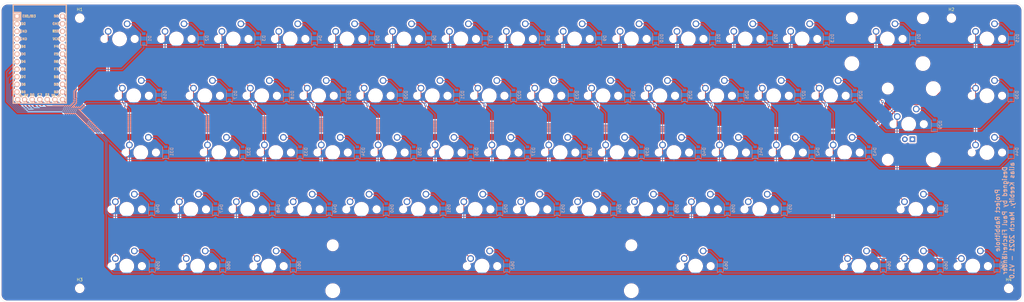
<source format=kicad_pcb>
(kicad_pcb (version 20171130) (host pcbnew "(5.1.9)-1")
  (layers (0 F.Cu signal) (31 B.Cu signal) (34 B.Paste user) (35 F.Paste user) (36 B.SilkS user) (37 F.SilkS user) (38 B.Mask user) (39 F.Mask user) (44 Edge.Cuts user))
  (net 0 "")
  (net 1 "Net-(D1-Pad2)")
  (net 2 row0)
  (net 3 "Net-(D2-Pad2)")
  (net 4 "Net-(D3-Pad2)")
  (net 5 "Net-(D4-Pad2)")
  (net 6 "Net-(D5-Pad2)")
  (net 7 "Net-(D6-Pad2)")
  (net 8 "Net-(D7-Pad2)")
  (net 9 "Net-(D8-Pad2)")
  (net 10 "Net-(D9-Pad2)")
  (net 11 "Net-(D10-Pad2)")
  (net 12 "Net-(D11-Pad2)")
  (net 13 "Net-(D12-Pad2)")
  (net 14 "Net-(D13-Pad2)")
  (net 15 "Net-(D14-Pad2)")
  (net 16 "Net-(D15-Pad2)")
  (net 17 "Net-(D16-Pad2)")
  (net 18 row1)
  (net 19 "Net-(D17-Pad2)")
  (net 20 "Net-(D18-Pad2)")
  (net 21 "Net-(D19-Pad2)")
  (net 22 "Net-(D20-Pad2)")
  (net 23 "Net-(D21-Pad2)")
  (net 24 "Net-(D22-Pad2)")
  (net 25 "Net-(D23-Pad2)")
  (net 26 "Net-(D24-Pad2)")
  (net 27 "Net-(D25-Pad2)")
  (net 28 "Net-(D26-Pad2)")
  (net 29 "Net-(D27-Pad2)")
  (net 30 "Net-(D28-Pad2)")
  (net 31 "Net-(D29-Pad2)")
  (net 32 "Net-(D30-Pad2)")
  (net 33 "Net-(D31-Pad2)")
  (net 34 row2)
  (net 35 "Net-(D32-Pad2)")
  (net 36 "Net-(D33-Pad2)")
  (net 37 "Net-(D34-Pad2)")
  (net 38 "Net-(D35-Pad2)")
  (net 39 "Net-(D36-Pad2)")
  (net 40 "Net-(D37-Pad2)")
  (net 41 "Net-(D38-Pad2)")
  (net 42 "Net-(D39-Pad2)")
  (net 43 "Net-(D40-Pad2)")
  (net 44 "Net-(D41-Pad2)")
  (net 45 "Net-(D42-Pad2)")
  (net 46 "Net-(D43-Pad2)")
  (net 47 "Net-(D44-Pad2)")
  (net 48 "Net-(D46-Pad2)")
  (net 49 row3)
  (net 50 "Net-(D47-Pad2)")
  (net 51 "Net-(D48-Pad2)")
  (net 52 "Net-(D49-Pad2)")
  (net 53 "Net-(D50-Pad2)")
  (net 54 "Net-(D51-Pad2)")
  (net 55 "Net-(D52-Pad2)")
  (net 56 "Net-(D53-Pad2)")
  (net 57 "Net-(D54-Pad2)")
  (net 58 "Net-(D55-Pad2)")
  (net 59 "Net-(D56-Pad2)")
  (net 60 "Net-(D57-Pad2)")
  (net 61 "Net-(D58-Pad2)")
  (net 62 "Net-(D59-Pad2)")
  (net 63 row4)
  (net 64 "Net-(D60-Pad2)")
  (net 65 "Net-(D61-Pad2)")
  (net 66 "Net-(D62-Pad2)")
  (net 67 "Net-(D63-Pad2)")
  (net 68 "Net-(D64-Pad2)")
  (net 69 "Net-(D65-Pad2)")
  (net 70 "Net-(D66-Pad2)")
  (net 71 col0)
  (net 72 col1)
  (net 73 col2)
  (net 74 col3)
  (net 75 col4)
  (net 76 col5)
  (net 77 col6)
  (net 78 col7)
  (net 79 col8)
  (net 80 col9)
  (net 81 col10)
  (net 82 col11)
  (net 83 col12)
  (net 84 col13)
  (net 85 col14)
  (net 86 "Net-(U1-Pad23)")
  (net 87 "Net-(U1-Pad22)")
  (net 88 "Net-(U1-Pad21)")
  (net 89 "Net-(U1-Pad6)")
  (net 90 "Net-(U1-Pad5)")
  (net 91 "Net-(U1-Pad4)")
  (net 92 "Net-(U1-Pad3)")
  (net 93 "Net-(U1-Pad2)")
  (net 94 "Net-(U1-Pad1)")
  (module MountingHole:MountingHole_2.2mm_M2_DIN965 (layer F.Cu) (at 307.3146 220.1926)
    (fp_text reference H4 (at 0 -2.9) (layer F.SilkS))
    (fp_text value MountingHole)
    (pad 1 np_thru_hole circle (at 0 0) (size 2.2 2.2) (drill 2.2) (layers *.Cu *.Mask))
  )
  (module MountingHole:MountingHole_2.2mm_M2_DIN965 (layer F.Cu) (at -3.81 220.1926)
    (fp_text reference H3 (at 0 -2.9) (layer F.SilkS))
    (fp_text value MountingHole)
    (pad 1 np_thru_hole circle (at 0 0) (size 2.2 2.2) (drill 2.2) (layers *.Cu *.Mask))
  )
  (module MountingHole:MountingHole_2.2mm_M2_DIN965 (layer F.Cu) (at 288.1376 129.54)
    (fp_text reference H2 (at 0 -2.9) (layer F.SilkS))
    (fp_text value MountingHole)
    (pad 1 np_thru_hole circle (at 0 0) (size 2.2 2.2) (drill 2.2) (layers *.Cu *.Mask))
  )
  (module MountingHole:MountingHole_2.2mm_M2_DIN965 (layer F.Cu) (at -3.81 129.54)
    (fp_text reference H1 (at 0 -2.9) (layer F.SilkS))
    (fp_text value MountingHole)
    (pad 1 np_thru_hole circle (at 0 0) (size 2.2 2.2) (drill 2.2) (layers *.Cu *.Mask))
  )
  (module Keebio-Parts:Elite-C (layer F.Cu) (at -17.1958 142.86484 270)
    (fp_text reference U1 hide)
    (fp_text value keebio_Elite-C hide)
    (fp_text user D5 (at 12.4 2.54) (layer B.SilkS) (effects (font (size 0.8 0.8)) (justify mirror)))
    (fp_text user D5 (at 12.4 2.54) (layer F.SilkS) (effects (font (size 0.8 0.8))))
    (fp_text user F1 (at 12.4 -2.54) (layer F.SilkS) (effects (font (size 0.8 0.8))))
    (fp_text user F1 (at 12.4 -2.54) (layer B.SilkS) (effects (font (size 0.8 0.8)) (justify mirror)))
    (fp_text user C7 (at 12.4 0) (layer B.SilkS) (effects (font (size 0.8 0.8)) (justify mirror)))
    (fp_text user C7 (at 12.4 0) (layer F.SilkS) (effects (font (size 0.8 0.8))))
    (fp_text user B6 (at 12.7 -6.4 45 unlocked) (layer B.SilkS) (effects (font (size 0.7 0.7)) (justify mirror)))
    (fp_text user B6 (at 12.7 -6.4 45 unlocked) (layer F.SilkS) (effects (font (size 0.7 0.7))))
    (fp_text user F0 (at 12.6 -4.5) (layer F.SilkS) (effects (font (size 0.7 0.7))))
    (fp_text user F0 (at 12.6 -4.5) (layer B.SilkS) (effects (font (size 0.7 0.7)) (justify mirror)))
    (fp_text user B7 (at 12.6 4.5) (layer B.SilkS) (effects (font (size 0.7 0.7)) (justify mirror)))
    (fp_text user B7 (at 12.6 4.5) (layer F.SilkS) (effects (font (size 0.7 0.7))))
    (fp_text user ST (at -8.91 -5.04) (layer B.SilkS) (effects (font (size 0.8 0.8)) (justify mirror)))
    (fp_text user TX0/D3 (at -13.97 3.571872) (layer F.SilkS) (effects (font (size 0.8 0.8))))
    (fp_text user TX0/D3 (at -13.97 3.571872) (layer B.SilkS) (effects (font (size 0.8 0.8)) (justify mirror)))
    (fp_text user D2 (at -11.43 5.461) (layer F.SilkS) (effects (font (size 0.8 0.8))))
    (fp_text user D0 (at -1.27 5.461) (layer F.SilkS) (effects (font (size 0.8 0.8))))
    (fp_text user D1 (at -3.81 5.461) (layer F.SilkS) (effects (font (size 0.8 0.8))))
    (fp_text user GND (at -6.35 5.461) (layer F.SilkS) (effects (font (size 0.8 0.8))))
    (fp_text user GND (at -8.89 5.461) (layer F.SilkS) (effects (font (size 0.8 0.8))))
    (fp_text user D4 (at 1.27 5.461) (layer F.SilkS) (effects (font (size 0.8 0.8))))
    (fp_text user C6 (at 3.81 5.461) (layer F.SilkS) (effects (font (size 0.8 0.8))))
    (fp_text user D7 (at 6.35 5.461) (layer F.SilkS) (effects (font (size 0.8 0.8))))
    (fp_text user E6 (at 8.89 5.461) (layer F.SilkS) (effects (font (size 0.8 0.8))))
    (fp_text user B4 (at 11.43 5.461) (layer F.SilkS) (effects (font (size 0.8 0.8))))
    (fp_text user B5 (at 12.7 6.4 135) (layer F.SilkS) (effects (font (size 0.7 0.7))))
    (fp_text user B2 (at 11.43 -5.461) (layer B.SilkS) (effects (font (size 0.8 0.8)) (justify mirror)))
    (fp_text user B3 (at 8.89 -5.461) (layer F.SilkS) (effects (font (size 0.8 0.8))))
    (fp_text user B1 (at 6.35 -5.461) (layer F.SilkS) (effects (font (size 0.8 0.8))))
    (fp_text user F7 (at 3.81 -5.461) (layer B.SilkS) (effects (font (size 0.8 0.8)) (justify mirror)))
    (fp_text user F6 (at 1.27 -5.461) (layer B.SilkS) (effects (font (size 0.8 0.8)) (justify mirror)))
    (fp_text user F5 (at -1.27 -5.461) (layer B.SilkS) (effects (font (size 0.8 0.8)) (justify mirror)))
    (fp_text user F4 (at -3.81 -5.461) (layer F.SilkS) (effects (font (size 0.8 0.8))))
    (fp_text user VCC (at -6.35 -5.461) (layer F.SilkS) (effects (font (size 0.8 0.8))))
    (fp_text user ST (at -8.92 -5.73312) (layer F.SilkS) (effects (font (size 0.8 0.8))))
    (fp_text user GND (at -11.43 -5.461) (layer F.SilkS) (effects (font (size 0.8 0.8))))
    (fp_text user B0 (at -13.97 -5.461) (layer F.SilkS) (effects (font (size 0.8 0.8))))
    (fp_text user B0 (at -13.97 -5.461) (layer B.SilkS) (effects (font (size 0.8 0.8)) (justify mirror)))
    (fp_text user GND (at -11.43 -5.461) (layer B.SilkS) (effects (font (size 0.8 0.8)) (justify mirror)))
    (fp_text user VCC (at -6.35 -5.461) (layer B.SilkS) (effects (font (size 0.8 0.8)) (justify mirror)))
    (fp_text user F4 (at -3.81 -5.461) (layer B.SilkS) (effects (font (size 0.8 0.8)) (justify mirror)))
    (fp_text user F5 (at -1.27 -5.461) (layer F.SilkS) (effects (font (size 0.8 0.8))))
    (fp_text user F6 (at 1.27 -5.461) (layer F.SilkS) (effects (font (size 0.8 0.8))))
    (fp_text user F7 (at 3.81 -5.461) (layer F.SilkS) (effects (font (size 0.8 0.8))))
    (fp_text user B1 (at 6.35 -5.461) (layer B.SilkS) (effects (font (size 0.8 0.8)) (justify mirror)))
    (fp_text user B3 (at 8.89 -5.461) (layer B.SilkS) (effects (font (size 0.8 0.8)) (justify mirror)))
    (fp_text user B2 (at 11.43 -5.461) (layer F.SilkS) (effects (font (size 0.8 0.8))))
    (fp_text user B5 (at 12.7 6.4 135) (layer B.SilkS) (effects (font (size 0.7 0.7)) (justify mirror)))
    (fp_text user B4 (at 11.43 5.461) (layer B.SilkS) (effects (font (size 0.8 0.8)) (justify mirror)))
    (fp_text user E6 (at 8.89 5.461) (layer B.SilkS) (effects (font (size 0.8 0.8)) (justify mirror)))
    (fp_text user D7 (at 6.35 5.461) (layer B.SilkS) (effects (font (size 0.8 0.8)) (justify mirror)))
    (fp_text user C6 (at 3.81 5.461) (layer B.SilkS) (effects (font (size 0.8 0.8)) (justify mirror)))
    (fp_text user D4 (at 1.27 5.461) (layer B.SilkS) (effects (font (size 0.8 0.8)) (justify mirror)))
    (fp_text user GND (at -8.89 5.461) (layer B.SilkS) (effects (font (size 0.8 0.8)) (justify mirror)))
    (fp_text user GND (at -6.35 5.461) (layer B.SilkS) (effects (font (size 0.8 0.8)) (justify mirror)))
    (fp_text user D1 (at -3.81 5.461) (layer B.SilkS) (effects (font (size 0.8 0.8)) (justify mirror)))
    (fp_text user D0 (at -1.27 5.461) (layer B.SilkS) (effects (font (size 0.8 0.8)) (justify mirror)))
    (fp_text user D2 (at -11.43 5.461) (layer B.SilkS) (effects (font (size 0.8 0.8)) (justify mirror)))
    (pad 25 thru_hole circle (at 13.97 5.08 270) (size 1.7526 1.7526) (drill 1.0922) (layers *.Cu *.SilkS *.Mask) (net 84 col13))
    (pad 26 thru_hole circle (at 13.97 2.54 270) (size 1.7526 1.7526) (drill 1.0922) (layers *.Cu *.SilkS *.Mask) (net 83 col12))
    (pad 27 thru_hole circle (at 13.97 0 270) (size 1.7526 1.7526) (drill 1.0922) (layers *.Cu *.SilkS *.Mask) (net 82 col11))
    (pad 28 thru_hole circle (at 13.97 -2.54 270) (size 1.7526 1.7526) (drill 1.0922) (layers *.Cu *.SilkS *.Mask) (net 81 col10))
    (pad 29 thru_hole circle (at 13.97 -5.08 270) (size 1.7526 1.7526) (drill 1.0922) (layers *.Cu *.SilkS *.Mask) (net 80 col9))
    (pad 24 thru_hole circle (at -13.97 -7.62 270) (size 1.7526 1.7526) (drill 1.0922) (layers *.Cu *.SilkS *.Mask) (net 71 col0))
    (pad 12 thru_hole circle (at 13.97 7.3914 270) (size 1.7526 1.7526) (drill 1.0922) (layers *.Cu *.SilkS *.Mask) (net 85 col14))
    (pad 23 thru_hole circle (at -11.43 -7.62 270) (size 1.7526 1.7526) (drill 1.0922) (layers *.Cu *.SilkS *.Mask) (net 86 "Net-(U1-Pad23)"))
    (pad 22 thru_hole circle (at -8.89 -7.62 270) (size 1.7526 1.7526) (drill 1.0922) (layers *.Cu *.SilkS *.Mask) (net 87 "Net-(U1-Pad22)"))
    (pad 21 thru_hole circle (at -6.35 -7.62 270) (size 1.7526 1.7526) (drill 1.0922) (layers *.Cu *.SilkS *.Mask) (net 88 "Net-(U1-Pad21)"))
    (pad 20 thru_hole circle (at -3.81 -7.62 270) (size 1.7526 1.7526) (drill 1.0922) (layers *.Cu *.SilkS *.Mask) (net 72 col1))
    (pad 19 thru_hole circle (at -1.27 -7.62 270) (size 1.7526 1.7526) (drill 1.0922) (layers *.Cu *.SilkS *.Mask) (net 73 col2))
    (pad 18 thru_hole circle (at 1.27 -7.62 270) (size 1.7526 1.7526) (drill 1.0922) (layers *.Cu *.SilkS *.Mask) (net 74 col3))
    (pad 17 thru_hole circle (at 3.81 -7.62 270) (size 1.7526 1.7526) (drill 1.0922) (layers *.Cu *.SilkS *.Mask) (net 75 col4))
    (pad 16 thru_hole circle (at 6.35 -7.62 270) (size 1.7526 1.7526) (drill 1.0922) (layers *.Cu *.SilkS *.Mask) (net 76 col5))
    (pad 15 thru_hole circle (at 8.89 -7.62 270) (size 1.7526 1.7526) (drill 1.0922) (layers *.Cu *.SilkS *.Mask) (net 77 col6))
    (pad 14 thru_hole circle (at 11.43 -7.62 270) (size 1.7526 1.7526) (drill 1.0922) (layers *.Cu *.SilkS *.Mask) (net 78 col7))
    (pad 13 thru_hole circle (at 13.97 -7.62 270) (size 1.7526 1.7526) (drill 1.0922) (layers *.Cu *.SilkS *.Mask) (net 79 col8))
    (pad 11 thru_hole circle (at 11.43 7.62 270) (size 1.7526 1.7526) (drill 1.0922) (layers *.Cu *.SilkS *.Mask) (net 2 row0))
    (pad 10 thru_hole circle (at 8.89 7.62 270) (size 1.7526 1.7526) (drill 1.0922) (layers *.Cu *.SilkS *.Mask) (net 18 row1))
    (pad 9 thru_hole circle (at 6.35 7.62 270) (size 1.7526 1.7526) (drill 1.0922) (layers *.Cu *.SilkS *.Mask) (net 34 row2))
    (pad 8 thru_hole circle (at 3.81 7.62 270) (size 1.7526 1.7526) (drill 1.0922) (layers *.Cu *.SilkS *.Mask) (net 49 row3))
    (pad 7 thru_hole circle (at 1.27 7.62 270) (size 1.7526 1.7526) (drill 1.0922) (layers *.Cu *.SilkS *.Mask) (net 63 row4))
    (pad 6 thru_hole circle (at -1.27 7.62 270) (size 1.7526 1.7526) (drill 1.0922) (layers *.Cu *.SilkS *.Mask) (net 89 "Net-(U1-Pad6)"))
    (pad 5 thru_hole circle (at -3.81 7.62 270) (size 1.7526 1.7526) (drill 1.0922) (layers *.Cu *.SilkS *.Mask) (net 90 "Net-(U1-Pad5)"))
    (pad 4 thru_hole circle (at -6.35 7.62 270) (size 1.7526 1.7526) (drill 1.0922) (layers *.Cu *.SilkS *.Mask) (net 91 "Net-(U1-Pad4)"))
    (pad 3 thru_hole circle (at -8.89 7.62 270) (size 1.7526 1.7526) (drill 1.0922) (layers *.Cu *.SilkS *.Mask) (net 92 "Net-(U1-Pad3)"))
    (pad 2 thru_hole circle (at -11.43 7.62 270) (size 1.7526 1.7526) (drill 1.0922) (layers *.Cu *.SilkS *.Mask) (net 93 "Net-(U1-Pad2)"))
    (pad 1 thru_hole rect (at -13.97 7.62 270) (size 1.7526 1.7526) (drill 1.0922) (layers *.Cu *.SilkS *.Mask) (net 94 "Net-(U1-Pad1)"))
  )
  (module MX_Only:MXOnly-1U-NoLED (layer F.Cu) (at 38.1 155.575)
    (fp_text reference MX17)
    (fp_text value MX_Alps_Hybrid_MX-NoLED)
    (pad 2 thru_hole circle (at 2.54 -5.08) (size 2.25 2.25) (drill 1.47) (layers *.Cu B.Mask) (net 19 "Net-(D17-Pad2)"))
    (pad "" np_thru_hole circle (at 0 0) (size 3.9878 3.9878) (drill 3.9878) (layers *.Cu *.Mask))
    (pad 1 thru_hole circle (at -3.81 -2.54) (size 2.25 2.25) (drill 1.47) (layers *.Cu B.Mask) (net 72 col1))
    (pad "" np_thru_hole circle (at -5.08 0 48.0996) (size 1.75 1.75) (drill 1.75) (layers *.Cu *.Mask))
    (pad "" np_thru_hole circle (at 5.08 0 48.0996) (size 1.75 1.75) (drill 1.75) (layers *.Cu *.Mask))
  )
  (module MX_Only:MXOnly-1U-NoLED (layer F.Cu) (at 57.15 155.575)
    (fp_text reference MX18)
    (fp_text value MX_Alps_Hybrid_MX-NoLED)
    (pad 2 thru_hole circle (at 2.54 -5.08) (size 2.25 2.25) (drill 1.47) (layers *.Cu B.Mask) (net 20 "Net-(D18-Pad2)"))
    (pad "" np_thru_hole circle (at 0 0) (size 3.9878 3.9878) (drill 3.9878) (layers *.Cu *.Mask))
    (pad 1 thru_hole circle (at -3.81 -2.54) (size 2.25 2.25) (drill 1.47) (layers *.Cu B.Mask) (net 73 col2))
    (pad "" np_thru_hole circle (at -5.08 0 48.0996) (size 1.75 1.75) (drill 1.75) (layers *.Cu *.Mask))
    (pad "" np_thru_hole circle (at 5.08 0 48.0996) (size 1.75 1.75) (drill 1.75) (layers *.Cu *.Mask))
  )
  (module MX_Only:MXOnly-1.5U-NoLED (layer F.Cu) (at 14.271769 155.575)
    (fp_text reference MX16)
    (fp_text value MX_Alps_Hybrid_MX-NoLED)
    (pad 2 thru_hole circle (at 2.54 -5.08) (size 2.25 2.25) (drill 1.47) (layers *.Cu B.Mask) (net 17 "Net-(D16-Pad2)"))
    (pad "" np_thru_hole circle (at 0 0) (size 3.9878 3.9878) (drill 3.9878) (layers *.Cu *.Mask))
    (pad 1 thru_hole circle (at -3.81 -2.54) (size 2.25 2.25) (drill 1.47) (layers *.Cu B.Mask) (net 71 col0))
    (pad "" np_thru_hole circle (at -5.08 0 48.0996) (size 1.75 1.75) (drill 1.75) (layers *.Cu *.Mask))
    (pad "" np_thru_hole circle (at 5.08 0 48.0996) (size 1.75 1.75) (drill 1.75) (layers *.Cu *.Mask))
  )
  (module MX_Only:MXOnly-1U-NoLED (layer F.Cu) (at 295.275 212.725)
    (fp_text reference MX66)
    (fp_text value MX_Alps_Hybrid_MX-NoLED)
    (pad 2 thru_hole circle (at 2.54 -5.08) (size 2.25 2.25) (drill 1.47) (layers *.Cu B.Mask) (net 70 "Net-(D66-Pad2)"))
    (pad "" np_thru_hole circle (at 0 0) (size 3.9878 3.9878) (drill 3.9878) (layers *.Cu *.Mask))
    (pad 1 thru_hole circle (at -3.81 -2.54) (size 2.25 2.25) (drill 1.47) (layers *.Cu B.Mask) (net 83 col12))
    (pad "" np_thru_hole circle (at -5.08 0 48.0996) (size 1.75 1.75) (drill 1.75) (layers *.Cu *.Mask))
    (pad "" np_thru_hole circle (at 5.08 0 48.0996) (size 1.75 1.75) (drill 1.75) (layers *.Cu *.Mask))
  )
  (module MX_Only:MXOnly-1U-NoLED (layer F.Cu) (at 276.225 212.725)
    (fp_text reference MX65)
    (fp_text value MX_Alps_Hybrid_MX-NoLED)
    (pad 2 thru_hole circle (at 2.54 -5.08) (size 2.25 2.25) (drill 1.47) (layers *.Cu B.Mask) (net 69 "Net-(D65-Pad2)"))
    (pad "" np_thru_hole circle (at 0 0) (size 3.9878 3.9878) (drill 3.9878) (layers *.Cu *.Mask))
    (pad 1 thru_hole circle (at -3.81 -2.54) (size 2.25 2.25) (drill 1.47) (layers *.Cu B.Mask) (net 83 col12))
    (pad "" np_thru_hole circle (at -5.08 0 48.0996) (size 1.75 1.75) (drill 1.75) (layers *.Cu *.Mask))
    (pad "" np_thru_hole circle (at 5.08 0 48.0996) (size 1.75 1.75) (drill 1.75) (layers *.Cu *.Mask))
  )
  (module MX_Only:MXOnly-1U-NoLED (layer F.Cu) (at 257.175 212.725)
    (fp_text reference MX64)
    (fp_text value MX_Alps_Hybrid_MX-NoLED)
    (pad 2 thru_hole circle (at 2.54 -5.08) (size 2.25 2.25) (drill 1.47) (layers *.Cu B.Mask) (net 68 "Net-(D64-Pad2)"))
    (pad "" np_thru_hole circle (at 0 0) (size 3.9878 3.9878) (drill 3.9878) (layers *.Cu *.Mask))
    (pad 1 thru_hole circle (at -3.81 -2.54) (size 2.25 2.25) (drill 1.47) (layers *.Cu B.Mask) (net 83 col12))
    (pad "" np_thru_hole circle (at -5.08 0 48.0996) (size 1.75 1.75) (drill 1.75) (layers *.Cu *.Mask))
    (pad "" np_thru_hole circle (at 5.08 0 48.0996) (size 1.75 1.75) (drill 1.75) (layers *.Cu *.Mask))
  )
  (module MX_Only:MXOnly-1.25U-NoLED (layer F.Cu) (at 202.438 212.725)
    (fp_text reference MX63)
    (fp_text value MX_Alps_Hybrid_MX-NoLED)
    (pad 2 thru_hole circle (at 2.54 -5.08) (size 2.25 2.25) (drill 1.47) (layers *.Cu B.Mask) (net 67 "Net-(D63-Pad2)"))
    (pad "" np_thru_hole circle (at 0 0) (size 3.9878 3.9878) (drill 3.9878) (layers *.Cu *.Mask))
    (pad 1 thru_hole circle (at -3.81 -2.54) (size 2.25 2.25) (drill 1.47) (layers *.Cu B.Mask) (net 81 col10))
    (pad "" np_thru_hole circle (at -5.08 0 48.0996) (size 1.75 1.75) (drill 1.75) (layers *.Cu *.Mask))
    (pad "" np_thru_hole circle (at 5.08 0 48.0996) (size 1.75 1.75) (drill 1.75) (layers *.Cu *.Mask))
  )
  (module MX_Only:MXOnly-6.25U-NoLED (layer F.Cu) (at 130.937 212.725)
    (fp_text reference MX62)
    (fp_text value MX_Alps_Hybrid_MX-NoLED)
    (pad 2 thru_hole circle (at 2.54 -5.08) (size 2.25 2.25) (drill 1.47) (layers *.Cu B.Mask) (net 66 "Net-(D62-Pad2)"))
    (pad "" np_thru_hole circle (at 0 0) (size 3.9878 3.9878) (drill 3.9878) (layers *.Cu *.Mask))
    (pad 1 thru_hole circle (at -3.81 -2.54) (size 2.25 2.25) (drill 1.47) (layers *.Cu B.Mask) (net 77 col6))
    (pad "" np_thru_hole circle (at -5.08 0 48.0996) (size 1.75 1.75) (drill 1.75) (layers *.Cu *.Mask))
    (pad "" np_thru_hole circle (at 5.08 0 48.0996) (size 1.75 1.75) (drill 1.75) (layers *.Cu *.Mask))
    (pad "" np_thru_hole circle (at -49.9999 -6.985) (size 3.048 3.048) (drill 3.048) (layers *.Cu *.Mask))
    (pad "" np_thru_hole circle (at 49.9999 -6.985) (size 3.048 3.048) (drill 3.048) (layers *.Cu *.Mask))
    (pad "" np_thru_hole circle (at -49.9999 8.255) (size 3.9878 3.9878) (drill 3.9878) (layers *.Cu *.Mask))
    (pad "" np_thru_hole circle (at 49.9999 8.255) (size 3.9878 3.9878) (drill 3.9878) (layers *.Cu *.Mask))
  )
  (module MX_Only:MXOnly-1.25U-NoLED (layer F.Cu) (at 59.436 212.725)
    (fp_text reference MX61)
    (fp_text value MX_Alps_Hybrid_MX-NoLED)
    (pad 2 thru_hole circle (at 2.54 -5.08) (size 2.25 2.25) (drill 1.47) (layers *.Cu B.Mask) (net 65 "Net-(D61-Pad2)"))
    (pad "" np_thru_hole circle (at 0 0) (size 3.9878 3.9878) (drill 3.9878) (layers *.Cu *.Mask))
    (pad 1 thru_hole circle (at -3.81 -2.54) (size 2.25 2.25) (drill 1.47) (layers *.Cu B.Mask) (net 73 col2))
    (pad "" np_thru_hole circle (at -5.08 0 48.0996) (size 1.75 1.75) (drill 1.75) (layers *.Cu *.Mask))
    (pad "" np_thru_hole circle (at 5.08 0 48.0996) (size 1.75 1.75) (drill 1.75) (layers *.Cu *.Mask))
  )
  (module MX_Only:MXOnly-1.25U-NoLED (layer F.Cu) (at 35.687 212.725)
    (fp_text reference MX60)
    (fp_text value MX_Alps_Hybrid_MX-NoLED)
    (pad 2 thru_hole circle (at 2.54 -5.08) (size 2.25 2.25) (drill 1.47) (layers *.Cu B.Mask) (net 64 "Net-(D60-Pad2)"))
    (pad "" np_thru_hole circle (at 0 0) (size 3.9878 3.9878) (drill 3.9878) (layers *.Cu *.Mask))
    (pad 1 thru_hole circle (at -3.81 -2.54) (size 2.25 2.25) (drill 1.47) (layers *.Cu B.Mask) (net 72 col1))
    (pad "" np_thru_hole circle (at -5.08 0 48.0996) (size 1.75 1.75) (drill 1.75) (layers *.Cu *.Mask))
    (pad "" np_thru_hole circle (at 5.08 0 48.0996) (size 1.75 1.75) (drill 1.75) (layers *.Cu *.Mask))
  )
  (module MX_Only:MXOnly-1.25U-NoLED (layer F.Cu) (at 11.938 212.725)
    (fp_text reference MX59)
    (fp_text value MX_Alps_Hybrid_MX-NoLED)
    (pad 2 thru_hole circle (at 2.54 -5.08) (size 2.25 2.25) (drill 1.47) (layers *.Cu B.Mask) (net 62 "Net-(D59-Pad2)"))
    (pad "" np_thru_hole circle (at 0 0) (size 3.9878 3.9878) (drill 3.9878) (layers *.Cu *.Mask))
    (pad 1 thru_hole circle (at -3.81 -2.54) (size 2.25 2.25) (drill 1.47) (layers *.Cu B.Mask) (net 71 col0))
    (pad "" np_thru_hole circle (at -5.08 0 48.0996) (size 1.75 1.75) (drill 1.75) (layers *.Cu *.Mask))
    (pad "" np_thru_hole circle (at 5.08 0 48.0996) (size 1.75 1.75) (drill 1.75) (layers *.Cu *.Mask))
  )
  (module MX_Only:MXOnly-1U-NoLED (layer F.Cu) (at 276.225 193.675)
    (fp_text reference MX58)
    (fp_text value MX_Alps_Hybrid_MX-NoLED)
    (pad 2 thru_hole circle (at 2.54 -5.08) (size 2.25 2.25) (drill 1.47) (layers *.Cu B.Mask) (net 61 "Net-(D58-Pad2)"))
    (pad "" np_thru_hole circle (at 0 0) (size 3.9878 3.9878) (drill 3.9878) (layers *.Cu *.Mask))
    (pad 1 thru_hole circle (at -3.81 -2.54) (size 2.25 2.25) (drill 1.47) (layers *.Cu B.Mask) (net 84 col13))
    (pad "" np_thru_hole circle (at -5.08 0 48.0996) (size 1.75 1.75) (drill 1.75) (layers *.Cu *.Mask))
    (pad "" np_thru_hole circle (at 5.08 0 48.0996) (size 1.75 1.75) (drill 1.75) (layers *.Cu *.Mask))
  )
  (module MX_Only:MXOnly-1U-NoLED (layer F.Cu) (at 223.901 193.675)
    (fp_text reference MX57)
    (fp_text value MX_Alps_Hybrid_MX-NoLED)
    (pad 2 thru_hole circle (at 2.54 -5.08) (size 2.25 2.25) (drill 1.47) (layers *.Cu B.Mask) (net 60 "Net-(D57-Pad2)"))
    (pad "" np_thru_hole circle (at 0 0) (size 3.9878 3.9878) (drill 3.9878) (layers *.Cu *.Mask))
    (pad 1 thru_hole circle (at -3.81 -2.54) (size 2.25 2.25) (drill 1.47) (layers *.Cu B.Mask) (net 82 col11))
    (pad "" np_thru_hole circle (at -5.08 0 48.0996) (size 1.75 1.75) (drill 1.75) (layers *.Cu *.Mask))
    (pad "" np_thru_hole circle (at 5.08 0 48.0996) (size 1.75 1.75) (drill 1.75) (layers *.Cu *.Mask))
  )
  (module MX_Only:MXOnly-1U-NoLED (layer F.Cu) (at 204.851 193.675)
    (fp_text reference MX56)
    (fp_text value MX_Alps_Hybrid_MX-NoLED)
    (pad 2 thru_hole circle (at 2.54 -5.08) (size 2.25 2.25) (drill 1.47) (layers *.Cu B.Mask) (net 59 "Net-(D56-Pad2)"))
    (pad "" np_thru_hole circle (at 0 0) (size 3.9878 3.9878) (drill 3.9878) (layers *.Cu *.Mask))
    (pad 1 thru_hole circle (at -3.81 -2.54) (size 2.25 2.25) (drill 1.47) (layers *.Cu B.Mask) (net 81 col10))
    (pad "" np_thru_hole circle (at -5.08 0 48.0996) (size 1.75 1.75) (drill 1.75) (layers *.Cu *.Mask))
    (pad "" np_thru_hole circle (at 5.08 0 48.0996) (size 1.75 1.75) (drill 1.75) (layers *.Cu *.Mask))
  )
  (module MX_Only:MXOnly-1U-NoLED (layer F.Cu) (at 185.801 193.675)
    (fp_text reference MX55)
    (fp_text value MX_Alps_Hybrid_MX-NoLED)
    (pad 2 thru_hole circle (at 2.54 -5.08) (size 2.25 2.25) (drill 1.47) (layers *.Cu B.Mask) (net 58 "Net-(D55-Pad2)"))
    (pad "" np_thru_hole circle (at 0 0) (size 3.9878 3.9878) (drill 3.9878) (layers *.Cu *.Mask))
    (pad 1 thru_hole circle (at -3.81 -2.54) (size 2.25 2.25) (drill 1.47) (layers *.Cu B.Mask) (net 80 col9))
    (pad "" np_thru_hole circle (at -5.08 0 48.0996) (size 1.75 1.75) (drill 1.75) (layers *.Cu *.Mask))
    (pad "" np_thru_hole circle (at 5.08 0 48.0996) (size 1.75 1.75) (drill 1.75) (layers *.Cu *.Mask))
  )
  (module MX_Only:MXOnly-1U-NoLED (layer F.Cu) (at 166.751 193.675)
    (fp_text reference MX54)
    (fp_text value MX_Alps_Hybrid_MX-NoLED)
    (pad 2 thru_hole circle (at 2.54 -5.08) (size 2.25 2.25) (drill 1.47) (layers *.Cu B.Mask) (net 57 "Net-(D54-Pad2)"))
    (pad "" np_thru_hole circle (at 0 0) (size 3.9878 3.9878) (drill 3.9878) (layers *.Cu *.Mask))
    (pad 1 thru_hole circle (at -3.81 -2.54) (size 2.25 2.25) (drill 1.47) (layers *.Cu B.Mask) (net 79 col8))
    (pad "" np_thru_hole circle (at -5.08 0 48.0996) (size 1.75 1.75) (drill 1.75) (layers *.Cu *.Mask))
    (pad "" np_thru_hole circle (at 5.08 0 48.0996) (size 1.75 1.75) (drill 1.75) (layers *.Cu *.Mask))
  )
  (module MX_Only:MXOnly-1U-NoLED (layer F.Cu) (at 147.701 193.675)
    (fp_text reference MX53)
    (fp_text value MX_Alps_Hybrid_MX-NoLED)
    (pad 2 thru_hole circle (at 2.54 -5.08) (size 2.25 2.25) (drill 1.47) (layers *.Cu B.Mask) (net 56 "Net-(D53-Pad2)"))
    (pad "" np_thru_hole circle (at 0 0) (size 3.9878 3.9878) (drill 3.9878) (layers *.Cu *.Mask))
    (pad 1 thru_hole circle (at -3.81 -2.54) (size 2.25 2.25) (drill 1.47) (layers *.Cu B.Mask) (net 78 col7))
    (pad "" np_thru_hole circle (at -5.08 0 48.0996) (size 1.75 1.75) (drill 1.75) (layers *.Cu *.Mask))
    (pad "" np_thru_hole circle (at 5.08 0 48.0996) (size 1.75 1.75) (drill 1.75) (layers *.Cu *.Mask))
  )
  (module MX_Only:MXOnly-1U-NoLED (layer F.Cu) (at 128.651 193.675)
    (fp_text reference MX52)
    (fp_text value MX_Alps_Hybrid_MX-NoLED)
    (pad 2 thru_hole circle (at 2.54 -5.08) (size 2.25 2.25) (drill 1.47) (layers *.Cu B.Mask) (net 55 "Net-(D52-Pad2)"))
    (pad "" np_thru_hole circle (at 0 0) (size 3.9878 3.9878) (drill 3.9878) (layers *.Cu *.Mask))
    (pad 1 thru_hole circle (at -3.81 -2.54) (size 2.25 2.25) (drill 1.47) (layers *.Cu B.Mask) (net 77 col6))
    (pad "" np_thru_hole circle (at -5.08 0 48.0996) (size 1.75 1.75) (drill 1.75) (layers *.Cu *.Mask))
    (pad "" np_thru_hole circle (at 5.08 0 48.0996) (size 1.75 1.75) (drill 1.75) (layers *.Cu *.Mask))
  )
  (module MX_Only:MXOnly-1U-NoLED (layer F.Cu) (at 109.601 193.675)
    (fp_text reference MX51)
    (fp_text value MX_Alps_Hybrid_MX-NoLED)
    (pad 2 thru_hole circle (at 2.54 -5.08) (size 2.25 2.25) (drill 1.47) (layers *.Cu B.Mask) (net 54 "Net-(D51-Pad2)"))
    (pad "" np_thru_hole circle (at 0 0) (size 3.9878 3.9878) (drill 3.9878) (layers *.Cu *.Mask))
    (pad 1 thru_hole circle (at -3.81 -2.54) (size 2.25 2.25) (drill 1.47) (layers *.Cu B.Mask) (net 76 col5))
    (pad "" np_thru_hole circle (at -5.08 0 48.0996) (size 1.75 1.75) (drill 1.75) (layers *.Cu *.Mask))
    (pad "" np_thru_hole circle (at 5.08 0 48.0996) (size 1.75 1.75) (drill 1.75) (layers *.Cu *.Mask))
  )
  (module MX_Only:MXOnly-1U-NoLED (layer F.Cu) (at 90.551 193.675)
    (fp_text reference MX50)
    (fp_text value MX_Alps_Hybrid_MX-NoLED)
    (pad 2 thru_hole circle (at 2.54 -5.08) (size 2.25 2.25) (drill 1.47) (layers *.Cu B.Mask) (net 53 "Net-(D50-Pad2)"))
    (pad "" np_thru_hole circle (at 0 0) (size 3.9878 3.9878) (drill 3.9878) (layers *.Cu *.Mask))
    (pad 1 thru_hole circle (at -3.81 -2.54) (size 2.25 2.25) (drill 1.47) (layers *.Cu B.Mask) (net 75 col4))
    (pad "" np_thru_hole circle (at -5.08 0 48.0996) (size 1.75 1.75) (drill 1.75) (layers *.Cu *.Mask))
    (pad "" np_thru_hole circle (at 5.08 0 48.0996) (size 1.75 1.75) (drill 1.75) (layers *.Cu *.Mask))
  )
  (module MX_Only:MXOnly-1U-NoLED (layer F.Cu) (at 71.501 193.675)
    (fp_text reference MX49)
    (fp_text value MX_Alps_Hybrid_MX-NoLED)
    (pad 2 thru_hole circle (at 2.54 -5.08) (size 2.25 2.25) (drill 1.47) (layers *.Cu B.Mask) (net 52 "Net-(D49-Pad2)"))
    (pad "" np_thru_hole circle (at 0 0) (size 3.9878 3.9878) (drill 3.9878) (layers *.Cu *.Mask))
    (pad 1 thru_hole circle (at -3.81 -2.54) (size 2.25 2.25) (drill 1.47) (layers *.Cu B.Mask) (net 74 col3))
    (pad "" np_thru_hole circle (at -5.08 0 48.0996) (size 1.75 1.75) (drill 1.75) (layers *.Cu *.Mask))
    (pad "" np_thru_hole circle (at 5.08 0 48.0996) (size 1.75 1.75) (drill 1.75) (layers *.Cu *.Mask))
  )
  (module MX_Only:MXOnly-1U-NoLED (layer F.Cu) (at 52.451 193.675)
    (fp_text reference MX48)
    (fp_text value MX_Alps_Hybrid_MX-NoLED)
    (pad 2 thru_hole circle (at 2.54 -5.08) (size 2.25 2.25) (drill 1.47) (layers *.Cu B.Mask) (net 51 "Net-(D48-Pad2)"))
    (pad "" np_thru_hole circle (at 0 0) (size 3.9878 3.9878) (drill 3.9878) (layers *.Cu *.Mask))
    (pad 1 thru_hole circle (at -3.81 -2.54) (size 2.25 2.25) (drill 1.47) (layers *.Cu B.Mask) (net 73 col2))
    (pad "" np_thru_hole circle (at -5.08 0 48.0996) (size 1.75 1.75) (drill 1.75) (layers *.Cu *.Mask))
    (pad "" np_thru_hole circle (at 5.08 0 48.0996) (size 1.75 1.75) (drill 1.75) (layers *.Cu *.Mask))
  )
  (module MX_Only:MXOnly-1U-NoLED (layer F.Cu) (at 33.401 193.675)
    (fp_text reference MX47)
    (fp_text value MX_Alps_Hybrid_MX-NoLED)
    (pad 2 thru_hole circle (at 2.54 -5.08) (size 2.25 2.25) (drill 1.47) (layers *.Cu B.Mask) (net 50 "Net-(D47-Pad2)"))
    (pad "" np_thru_hole circle (at 0 0) (size 3.9878 3.9878) (drill 3.9878) (layers *.Cu *.Mask))
    (pad 1 thru_hole circle (at -3.81 -2.54) (size 2.25 2.25) (drill 1.47) (layers *.Cu B.Mask) (net 72 col1))
    (pad "" np_thru_hole circle (at -5.08 0 48.0996) (size 1.75 1.75) (drill 1.75) (layers *.Cu *.Mask))
    (pad "" np_thru_hole circle (at 5.08 0 48.0996) (size 1.75 1.75) (drill 1.75) (layers *.Cu *.Mask))
  )
  (module MX_Only:MXOnly-1.25U-NoLED (layer F.Cu) (at 11.938 193.675)
    (fp_text reference MX46)
    (fp_text value MX_Alps_Hybrid_MX-NoLED)
    (pad 2 thru_hole circle (at 2.54 -5.08) (size 2.25 2.25) (drill 1.47) (layers *.Cu B.Mask) (net 48 "Net-(D46-Pad2)"))
    (pad "" np_thru_hole circle (at 0 0) (size 3.9878 3.9878) (drill 3.9878) (layers *.Cu *.Mask))
    (pad 1 thru_hole circle (at -3.81 -2.54) (size 2.25 2.25) (drill 1.47) (layers *.Cu B.Mask) (net 71 col0))
    (pad "" np_thru_hole circle (at -5.08 0 48.0996) (size 1.75 1.75) (drill 1.75) (layers *.Cu *.Mask))
    (pad "" np_thru_hole circle (at 5.08 0 48.0996) (size 1.75 1.75) (drill 1.75) (layers *.Cu *.Mask))
  )
  (module MX_Only:MXOnly-1U-NoLED (layer F.Cu) (at 300.0375 174.625)
    (fp_text reference MX44)
    (fp_text value MX_Alps_Hybrid_MX-NoLED)
    (pad 2 thru_hole circle (at 2.54 -5.08) (size 2.25 2.25) (drill 1.47) (layers *.Cu B.Mask) (net 47 "Net-(D44-Pad2)"))
    (pad "" np_thru_hole circle (at 0 0) (size 3.9878 3.9878) (drill 3.9878) (layers *.Cu *.Mask))
    (pad 1 thru_hole circle (at -3.81 -2.54) (size 2.25 2.25) (drill 1.47) (layers *.Cu B.Mask) (net 85 col14))
    (pad "" np_thru_hole circle (at -5.08 0 48.0996) (size 1.75 1.75) (drill 1.75) (layers *.Cu *.Mask))
    (pad "" np_thru_hole circle (at 5.08 0 48.0996) (size 1.75 1.75) (drill 1.75) (layers *.Cu *.Mask))
  )
  (module MX_Only:MXOnly-1U-NoLED (layer F.Cu) (at 252.349 174.625)
    (fp_text reference MX43)
    (fp_text value MX_Alps_Hybrid_MX-NoLED)
    (pad 2 thru_hole circle (at 2.54 -5.08) (size 2.25 2.25) (drill 1.47) (layers *.Cu B.Mask) (net 46 "Net-(D43-Pad2)"))
    (pad "" np_thru_hole circle (at 0 0) (size 3.9878 3.9878) (drill 3.9878) (layers *.Cu *.Mask))
    (pad 1 thru_hole circle (at -3.81 -2.54) (size 2.25 2.25) (drill 1.47) (layers *.Cu B.Mask) (net 83 col12))
    (pad "" np_thru_hole circle (at -5.08 0 48.0996) (size 1.75 1.75) (drill 1.75) (layers *.Cu *.Mask))
    (pad "" np_thru_hole circle (at 5.08 0 48.0996) (size 1.75 1.75) (drill 1.75) (layers *.Cu *.Mask))
  )
  (module MX_Only:MXOnly-1U-NoLED (layer F.Cu) (at 233.299 174.625)
    (fp_text reference MX42)
    (fp_text value MX_Alps_Hybrid_MX-NoLED)
    (pad 2 thru_hole circle (at 2.54 -5.08) (size 2.25 2.25) (drill 1.47) (layers *.Cu B.Mask) (net 45 "Net-(D42-Pad2)"))
    (pad "" np_thru_hole circle (at 0 0) (size 3.9878 3.9878) (drill 3.9878) (layers *.Cu *.Mask))
    (pad 1 thru_hole circle (at -3.81 -2.54) (size 2.25 2.25) (drill 1.47) (layers *.Cu B.Mask) (net 82 col11))
    (pad "" np_thru_hole circle (at -5.08 0 48.0996) (size 1.75 1.75) (drill 1.75) (layers *.Cu *.Mask))
    (pad "" np_thru_hole circle (at 5.08 0 48.0996) (size 1.75 1.75) (drill 1.75) (layers *.Cu *.Mask))
  )
  (module MX_Only:MXOnly-1U-NoLED (layer F.Cu) (at 214.249 174.625)
    (fp_text reference MX41)
    (fp_text value MX_Alps_Hybrid_MX-NoLED)
    (pad 2 thru_hole circle (at 2.54 -5.08) (size 2.25 2.25) (drill 1.47) (layers *.Cu B.Mask) (net 44 "Net-(D41-Pad2)"))
    (pad "" np_thru_hole circle (at 0 0) (size 3.9878 3.9878) (drill 3.9878) (layers *.Cu *.Mask))
    (pad 1 thru_hole circle (at -3.81 -2.54) (size 2.25 2.25) (drill 1.47) (layers *.Cu B.Mask) (net 81 col10))
    (pad "" np_thru_hole circle (at -5.08 0 48.0996) (size 1.75 1.75) (drill 1.75) (layers *.Cu *.Mask))
    (pad "" np_thru_hole circle (at 5.08 0 48.0996) (size 1.75 1.75) (drill 1.75) (layers *.Cu *.Mask))
  )
  (module MX_Only:MXOnly-1U-NoLED (layer F.Cu) (at 195.199 174.625)
    (fp_text reference MX40)
    (fp_text value MX_Alps_Hybrid_MX-NoLED)
    (pad 2 thru_hole circle (at 2.54 -5.08) (size 2.25 2.25) (drill 1.47) (layers *.Cu B.Mask) (net 43 "Net-(D40-Pad2)"))
    (pad "" np_thru_hole circle (at 0 0) (size 3.9878 3.9878) (drill 3.9878) (layers *.Cu *.Mask))
    (pad 1 thru_hole circle (at -3.81 -2.54) (size 2.25 2.25) (drill 1.47) (layers *.Cu B.Mask) (net 80 col9))
    (pad "" np_thru_hole circle (at -5.08 0 48.0996) (size 1.75 1.75) (drill 1.75) (layers *.Cu *.Mask))
    (pad "" np_thru_hole circle (at 5.08 0 48.0996) (size 1.75 1.75) (drill 1.75) (layers *.Cu *.Mask))
  )
  (module MX_Only:MXOnly-1U-NoLED (layer F.Cu) (at 176.149 174.625)
    (fp_text reference MX39)
    (fp_text value MX_Alps_Hybrid_MX-NoLED)
    (pad 2 thru_hole circle (at 2.54 -5.08) (size 2.25 2.25) (drill 1.47) (layers *.Cu B.Mask) (net 42 "Net-(D39-Pad2)"))
    (pad "" np_thru_hole circle (at 0 0) (size 3.9878 3.9878) (drill 3.9878) (layers *.Cu *.Mask))
    (pad 1 thru_hole circle (at -3.81 -2.54) (size 2.25 2.25) (drill 1.47) (layers *.Cu B.Mask) (net 79 col8))
    (pad "" np_thru_hole circle (at -5.08 0 48.0996) (size 1.75 1.75) (drill 1.75) (layers *.Cu *.Mask))
    (pad "" np_thru_hole circle (at 5.08 0 48.0996) (size 1.75 1.75) (drill 1.75) (layers *.Cu *.Mask))
  )
  (module MX_Only:MXOnly-1U-NoLED (layer F.Cu) (at 157.099 174.625)
    (fp_text reference MX38)
    (fp_text value MX_Alps_Hybrid_MX-NoLED)
    (pad 2 thru_hole circle (at 2.54 -5.08) (size 2.25 2.25) (drill 1.47) (layers *.Cu B.Mask) (net 41 "Net-(D38-Pad2)"))
    (pad "" np_thru_hole circle (at 0 0) (size 3.9878 3.9878) (drill 3.9878) (layers *.Cu *.Mask))
    (pad 1 thru_hole circle (at -3.81 -2.54) (size 2.25 2.25) (drill 1.47) (layers *.Cu B.Mask) (net 78 col7))
    (pad "" np_thru_hole circle (at -5.08 0 48.0996) (size 1.75 1.75) (drill 1.75) (layers *.Cu *.Mask))
    (pad "" np_thru_hole circle (at 5.08 0 48.0996) (size 1.75 1.75) (drill 1.75) (layers *.Cu *.Mask))
  )
  (module MX_Only:MXOnly-1U-NoLED (layer F.Cu) (at 138.049 174.625)
    (fp_text reference MX37)
    (fp_text value MX_Alps_Hybrid_MX-NoLED)
    (pad 2 thru_hole circle (at 2.54 -5.08) (size 2.25 2.25) (drill 1.47) (layers *.Cu B.Mask) (net 40 "Net-(D37-Pad2)"))
    (pad "" np_thru_hole circle (at 0 0) (size 3.9878 3.9878) (drill 3.9878) (layers *.Cu *.Mask))
    (pad 1 thru_hole circle (at -3.81 -2.54) (size 2.25 2.25) (drill 1.47) (layers *.Cu B.Mask) (net 77 col6))
    (pad "" np_thru_hole circle (at -5.08 0 48.0996) (size 1.75 1.75) (drill 1.75) (layers *.Cu *.Mask))
    (pad "" np_thru_hole circle (at 5.08 0 48.0996) (size 1.75 1.75) (drill 1.75) (layers *.Cu *.Mask))
  )
  (module MX_Only:MXOnly-1U-NoLED (layer F.Cu) (at 118.999 174.625)
    (fp_text reference MX36)
    (fp_text value MX_Alps_Hybrid_MX-NoLED)
    (pad 2 thru_hole circle (at 2.54 -5.08) (size 2.25 2.25) (drill 1.47) (layers *.Cu B.Mask) (net 39 "Net-(D36-Pad2)"))
    (pad "" np_thru_hole circle (at 0 0) (size 3.9878 3.9878) (drill 3.9878) (layers *.Cu *.Mask))
    (pad 1 thru_hole circle (at -3.81 -2.54) (size 2.25 2.25) (drill 1.47) (layers *.Cu B.Mask) (net 76 col5))
    (pad "" np_thru_hole circle (at -5.08 0 48.0996) (size 1.75 1.75) (drill 1.75) (layers *.Cu *.Mask))
    (pad "" np_thru_hole circle (at 5.08 0 48.0996) (size 1.75 1.75) (drill 1.75) (layers *.Cu *.Mask))
  )
  (module MX_Only:MXOnly-1U-NoLED (layer F.Cu) (at 99.949 174.625)
    (fp_text reference MX35)
    (fp_text value MX_Alps_Hybrid_MX-NoLED)
    (pad 2 thru_hole circle (at 2.54 -5.08) (size 2.25 2.25) (drill 1.47) (layers *.Cu B.Mask) (net 38 "Net-(D35-Pad2)"))
    (pad "" np_thru_hole circle (at 0 0) (size 3.9878 3.9878) (drill 3.9878) (layers *.Cu *.Mask))
    (pad 1 thru_hole circle (at -3.81 -2.54) (size 2.25 2.25) (drill 1.47) (layers *.Cu B.Mask) (net 75 col4))
    (pad "" np_thru_hole circle (at -5.08 0 48.0996) (size 1.75 1.75) (drill 1.75) (layers *.Cu *.Mask))
    (pad "" np_thru_hole circle (at 5.08 0 48.0996) (size 1.75 1.75) (drill 1.75) (layers *.Cu *.Mask))
  )
  (module MX_Only:MXOnly-1U-NoLED (layer F.Cu) (at 80.899 174.625)
    (fp_text reference MX34)
    (fp_text value MX_Alps_Hybrid_MX-NoLED)
    (pad 2 thru_hole circle (at 2.54 -5.08) (size 2.25 2.25) (drill 1.47) (layers *.Cu B.Mask) (net 37 "Net-(D34-Pad2)"))
    (pad "" np_thru_hole circle (at 0 0) (size 3.9878 3.9878) (drill 3.9878) (layers *.Cu *.Mask))
    (pad 1 thru_hole circle (at -3.81 -2.54) (size 2.25 2.25) (drill 1.47) (layers *.Cu B.Mask) (net 74 col3))
    (pad "" np_thru_hole circle (at -5.08 0 48.0996) (size 1.75 1.75) (drill 1.75) (layers *.Cu *.Mask))
    (pad "" np_thru_hole circle (at 5.08 0 48.0996) (size 1.75 1.75) (drill 1.75) (layers *.Cu *.Mask))
  )
  (module MX_Only:MXOnly-1U-NoLED (layer F.Cu) (at 61.849 174.625)
    (fp_text reference MX33)
    (fp_text value MX_Alps_Hybrid_MX-NoLED)
    (pad 2 thru_hole circle (at 2.54 -5.08) (size 2.25 2.25) (drill 1.47) (layers *.Cu B.Mask) (net 36 "Net-(D33-Pad2)"))
    (pad "" np_thru_hole circle (at 0 0) (size 3.9878 3.9878) (drill 3.9878) (layers *.Cu *.Mask))
    (pad 1 thru_hole circle (at -3.81 -2.54) (size 2.25 2.25) (drill 1.47) (layers *.Cu B.Mask) (net 73 col2))
    (pad "" np_thru_hole circle (at -5.08 0 48.0996) (size 1.75 1.75) (drill 1.75) (layers *.Cu *.Mask))
    (pad "" np_thru_hole circle (at 5.08 0 48.0996) (size 1.75 1.75) (drill 1.75) (layers *.Cu *.Mask))
  )
  (module MX_Only:MXOnly-1U-NoLED (layer F.Cu) (at 42.799 174.625)
    (fp_text reference MX32)
    (fp_text value MX_Alps_Hybrid_MX-NoLED)
    (pad 2 thru_hole circle (at 2.54 -5.08) (size 2.25 2.25) (drill 1.47) (layers *.Cu B.Mask) (net 35 "Net-(D32-Pad2)"))
    (pad "" np_thru_hole circle (at 0 0) (size 3.9878 3.9878) (drill 3.9878) (layers *.Cu *.Mask))
    (pad 1 thru_hole circle (at -3.81 -2.54) (size 2.25 2.25) (drill 1.47) (layers *.Cu B.Mask) (net 72 col1))
    (pad "" np_thru_hole circle (at -5.08 0 48.0996) (size 1.75 1.75) (drill 1.75) (layers *.Cu *.Mask))
    (pad "" np_thru_hole circle (at 5.08 0 48.0996) (size 1.75 1.75) (drill 1.75) (layers *.Cu *.Mask))
  )
  (module MX_Only:MXOnly-1.75U-NoLED (layer F.Cu) (at 16.637 174.625)
    (fp_text reference MX31)
    (fp_text value MX_Alps_Hybrid_MX-NoLED)
    (pad 2 thru_hole circle (at 2.54 -5.08) (size 2.25 2.25) (drill 1.47) (layers *.Cu B.Mask) (net 33 "Net-(D31-Pad2)"))
    (pad "" np_thru_hole circle (at 0 0) (size 3.9878 3.9878) (drill 3.9878) (layers *.Cu *.Mask))
    (pad 1 thru_hole circle (at -3.81 -2.54) (size 2.25 2.25) (drill 1.47) (layers *.Cu B.Mask) (net 71 col0))
    (pad "" np_thru_hole circle (at -5.08 0 48.0996) (size 1.75 1.75) (drill 1.75) (layers *.Cu *.Mask))
    (pad "" np_thru_hole circle (at 5.08 0 48.0996) (size 1.75 1.75) (drill 1.75) (layers *.Cu *.Mask))
  )
  (module MX_Only:MXOnly-1U-NoLED (layer F.Cu) (at 300.0375 155.575)
    (fp_text reference MX30)
    (fp_text value MX_Alps_Hybrid_MX-NoLED)
    (pad 2 thru_hole circle (at 2.54 -5.08) (size 2.25 2.25) (drill 1.47) (layers *.Cu B.Mask) (net 32 "Net-(D30-Pad2)"))
    (pad "" np_thru_hole circle (at 0 0) (size 3.9878 3.9878) (drill 3.9878) (layers *.Cu *.Mask))
    (pad 1 thru_hole circle (at -3.81 -2.54) (size 2.25 2.25) (drill 1.47) (layers *.Cu B.Mask) (net 85 col14))
    (pad "" np_thru_hole circle (at -5.08 0 48.0996) (size 1.75 1.75) (drill 1.75) (layers *.Cu *.Mask))
    (pad "" np_thru_hole circle (at 5.08 0 48.0996) (size 1.75 1.75) (drill 1.75) (layers *.Cu *.Mask))
  )
  (module MX_Only:MXOnly-1U-NoLED (layer F.Cu) (at 247.65 155.575)
    (fp_text reference MX28)
    (fp_text value MX_Alps_Hybrid_MX-NoLED)
    (pad 2 thru_hole circle (at 2.54 -5.08) (size 2.25 2.25) (drill 1.47) (layers *.Cu B.Mask) (net 30 "Net-(D28-Pad2)"))
    (pad "" np_thru_hole circle (at 0 0) (size 3.9878 3.9878) (drill 3.9878) (layers *.Cu *.Mask))
    (pad 1 thru_hole circle (at -3.81 -2.54) (size 2.25 2.25) (drill 1.47) (layers *.Cu B.Mask) (net 83 col12))
    (pad "" np_thru_hole circle (at -5.08 0 48.0996) (size 1.75 1.75) (drill 1.75) (layers *.Cu *.Mask))
    (pad "" np_thru_hole circle (at 5.08 0 48.0996) (size 1.75 1.75) (drill 1.75) (layers *.Cu *.Mask))
  )
  (module MX_Only:MXOnly-1U-NoLED (layer F.Cu) (at 228.6 155.575)
    (fp_text reference MX27)
    (fp_text value MX_Alps_Hybrid_MX-NoLED)
    (pad 2 thru_hole circle (at 2.54 -5.08) (size 2.25 2.25) (drill 1.47) (layers *.Cu B.Mask) (net 29 "Net-(D27-Pad2)"))
    (pad "" np_thru_hole circle (at 0 0) (size 3.9878 3.9878) (drill 3.9878) (layers *.Cu *.Mask))
    (pad 1 thru_hole circle (at -3.81 -2.54) (size 2.25 2.25) (drill 1.47) (layers *.Cu B.Mask) (net 82 col11))
    (pad "" np_thru_hole circle (at -5.08 0 48.0996) (size 1.75 1.75) (drill 1.75) (layers *.Cu *.Mask))
    (pad "" np_thru_hole circle (at 5.08 0 48.0996) (size 1.75 1.75) (drill 1.75) (layers *.Cu *.Mask))
  )
  (module MX_Only:MXOnly-1U-NoLED (layer F.Cu) (at 209.55 155.575)
    (fp_text reference MX26)
    (fp_text value MX_Alps_Hybrid_MX-NoLED)
    (pad 2 thru_hole circle (at 2.54 -5.08) (size 2.25 2.25) (drill 1.47) (layers *.Cu B.Mask) (net 28 "Net-(D26-Pad2)"))
    (pad "" np_thru_hole circle (at 0 0) (size 3.9878 3.9878) (drill 3.9878) (layers *.Cu *.Mask))
    (pad 1 thru_hole circle (at -3.81 -2.54) (size 2.25 2.25) (drill 1.47) (layers *.Cu B.Mask) (net 81 col10))
    (pad "" np_thru_hole circle (at -5.08 0 48.0996) (size 1.75 1.75) (drill 1.75) (layers *.Cu *.Mask))
    (pad "" np_thru_hole circle (at 5.08 0 48.0996) (size 1.75 1.75) (drill 1.75) (layers *.Cu *.Mask))
  )
  (module MX_Only:MXOnly-1U-NoLED (layer F.Cu) (at 190.5 155.575)
    (fp_text reference MX25)
    (fp_text value MX_Alps_Hybrid_MX-NoLED)
    (pad 2 thru_hole circle (at 2.54 -5.08) (size 2.25 2.25) (drill 1.47) (layers *.Cu B.Mask) (net 27 "Net-(D25-Pad2)"))
    (pad "" np_thru_hole circle (at 0 0) (size 3.9878 3.9878) (drill 3.9878) (layers *.Cu *.Mask))
    (pad 1 thru_hole circle (at -3.81 -2.54) (size 2.25 2.25) (drill 1.47) (layers *.Cu B.Mask) (net 80 col9))
    (pad "" np_thru_hole circle (at -5.08 0 48.0996) (size 1.75 1.75) (drill 1.75) (layers *.Cu *.Mask))
    (pad "" np_thru_hole circle (at 5.08 0 48.0996) (size 1.75 1.75) (drill 1.75) (layers *.Cu *.Mask))
  )
  (module MX_Only:MXOnly-1U-NoLED (layer F.Cu) (at 171.45 155.575)
    (fp_text reference MX24)
    (fp_text value MX_Alps_Hybrid_MX-NoLED)
    (pad 2 thru_hole circle (at 2.54 -5.08) (size 2.25 2.25) (drill 1.47) (layers *.Cu B.Mask) (net 26 "Net-(D24-Pad2)"))
    (pad "" np_thru_hole circle (at 0 0) (size 3.9878 3.9878) (drill 3.9878) (layers *.Cu *.Mask))
    (pad 1 thru_hole circle (at -3.81 -2.54) (size 2.25 2.25) (drill 1.47) (layers *.Cu B.Mask) (net 79 col8))
    (pad "" np_thru_hole circle (at -5.08 0 48.0996) (size 1.75 1.75) (drill 1.75) (layers *.Cu *.Mask))
    (pad "" np_thru_hole circle (at 5.08 0 48.0996) (size 1.75 1.75) (drill 1.75) (layers *.Cu *.Mask))
  )
  (module MX_Only:MXOnly-1U-NoLED (layer F.Cu) (at 152.4 155.575)
    (fp_text reference MX23)
    (fp_text value MX_Alps_Hybrid_MX-NoLED)
    (pad 2 thru_hole circle (at 2.54 -5.08) (size 2.25 2.25) (drill 1.47) (layers *.Cu B.Mask) (net 25 "Net-(D23-Pad2)"))
    (pad "" np_thru_hole circle (at 0 0) (size 3.9878 3.9878) (drill 3.9878) (layers *.Cu *.Mask))
    (pad 1 thru_hole circle (at -3.81 -2.54) (size 2.25 2.25) (drill 1.47) (layers *.Cu B.Mask) (net 78 col7))
    (pad "" np_thru_hole circle (at -5.08 0 48.0996) (size 1.75 1.75) (drill 1.75) (layers *.Cu *.Mask))
    (pad "" np_thru_hole circle (at 5.08 0 48.0996) (size 1.75 1.75) (drill 1.75) (layers *.Cu *.Mask))
  )
  (module MX_Only:MXOnly-1U-NoLED (layer F.Cu) (at 133.35 155.575)
    (fp_text reference MX22)
    (fp_text value MX_Alps_Hybrid_MX-NoLED)
    (pad 2 thru_hole circle (at 2.54 -5.08) (size 2.25 2.25) (drill 1.47) (layers *.Cu B.Mask) (net 24 "Net-(D22-Pad2)"))
    (pad "" np_thru_hole circle (at 0 0) (size 3.9878 3.9878) (drill 3.9878) (layers *.Cu *.Mask))
    (pad 1 thru_hole circle (at -3.81 -2.54) (size 2.25 2.25) (drill 1.47) (layers *.Cu B.Mask) (net 77 col6))
    (pad "" np_thru_hole circle (at -5.08 0 48.0996) (size 1.75 1.75) (drill 1.75) (layers *.Cu *.Mask))
    (pad "" np_thru_hole circle (at 5.08 0 48.0996) (size 1.75 1.75) (drill 1.75) (layers *.Cu *.Mask))
  )
  (module MX_Only:MXOnly-1U-NoLED (layer F.Cu) (at 114.3 155.575)
    (fp_text reference MX21)
    (fp_text value MX_Alps_Hybrid_MX-NoLED)
    (pad 2 thru_hole circle (at 2.54 -5.08) (size 2.25 2.25) (drill 1.47) (layers *.Cu B.Mask) (net 23 "Net-(D21-Pad2)"))
    (pad "" np_thru_hole circle (at 0 0) (size 3.9878 3.9878) (drill 3.9878) (layers *.Cu *.Mask))
    (pad 1 thru_hole circle (at -3.81 -2.54) (size 2.25 2.25) (drill 1.47) (layers *.Cu B.Mask) (net 76 col5))
    (pad "" np_thru_hole circle (at -5.08 0 48.0996) (size 1.75 1.75) (drill 1.75) (layers *.Cu *.Mask))
    (pad "" np_thru_hole circle (at 5.08 0 48.0996) (size 1.75 1.75) (drill 1.75) (layers *.Cu *.Mask))
  )
  (module MX_Only:MXOnly-1U-NoLED (layer F.Cu) (at 95.25 155.575)
    (fp_text reference MX20)
    (fp_text value MX_Alps_Hybrid_MX-NoLED)
    (pad 2 thru_hole circle (at 2.54 -5.08) (size 2.25 2.25) (drill 1.47) (layers *.Cu B.Mask) (net 22 "Net-(D20-Pad2)"))
    (pad "" np_thru_hole circle (at 0 0) (size 3.9878 3.9878) (drill 3.9878) (layers *.Cu *.Mask))
    (pad 1 thru_hole circle (at -3.81 -2.54) (size 2.25 2.25) (drill 1.47) (layers *.Cu B.Mask) (net 75 col4))
    (pad "" np_thru_hole circle (at -5.08 0 48.0996) (size 1.75 1.75) (drill 1.75) (layers *.Cu *.Mask))
    (pad "" np_thru_hole circle (at 5.08 0 48.0996) (size 1.75 1.75) (drill 1.75) (layers *.Cu *.Mask))
  )
  (module MX_Only:MXOnly-1U-NoLED (layer F.Cu) (at 76.2 155.575)
    (fp_text reference MX19)
    (fp_text value MX_Alps_Hybrid_MX-NoLED)
    (pad 2 thru_hole circle (at 2.54 -5.08) (size 2.25 2.25) (drill 1.47) (layers *.Cu B.Mask) (net 21 "Net-(D19-Pad2)"))
    (pad "" np_thru_hole circle (at 0 0) (size 3.9878 3.9878) (drill 3.9878) (layers *.Cu *.Mask))
    (pad 1 thru_hole circle (at -3.81 -2.54) (size 2.25 2.25) (drill 1.47) (layers *.Cu B.Mask) (net 74 col3))
    (pad "" np_thru_hole circle (at -5.08 0 48.0996) (size 1.75 1.75) (drill 1.75) (layers *.Cu *.Mask))
    (pad "" np_thru_hole circle (at 5.08 0 48.0996) (size 1.75 1.75) (drill 1.75) (layers *.Cu *.Mask))
  )
  (module MX_Only:MXOnly-1U-NoLED (layer F.Cu) (at 300.0375 136.525)
    (fp_text reference MX15)
    (fp_text value MX_Alps_Hybrid_MX-NoLED)
    (pad 2 thru_hole circle (at 2.54 -5.08) (size 2.25 2.25) (drill 1.47) (layers *.Cu B.Mask) (net 16 "Net-(D15-Pad2)"))
    (pad "" np_thru_hole circle (at 0 0) (size 3.9878 3.9878) (drill 3.9878) (layers *.Cu *.Mask))
    (pad 1 thru_hole circle (at -3.81 -2.54) (size 2.25 2.25) (drill 1.47) (layers *.Cu B.Mask) (net 85 col14))
    (pad "" np_thru_hole circle (at -5.08 0 48.0996) (size 1.75 1.75) (drill 1.75) (layers *.Cu *.Mask))
    (pad "" np_thru_hole circle (at 5.08 0 48.0996) (size 1.75 1.75) (drill 1.75) (layers *.Cu *.Mask))
  )
  (module MX_Only:MXOnly-2U-NoLED (layer F.Cu) (at 266.7 136.525)
    (fp_text reference MX14)
    (fp_text value MX_Alps_Hybrid_MX-NoLED)
    (pad 2 thru_hole circle (at 2.54 -5.08) (size 2.25 2.25) (drill 1.47) (layers *.Cu B.Mask) (net 15 "Net-(D14-Pad2)"))
    (pad "" np_thru_hole circle (at 0 0) (size 3.9878 3.9878) (drill 3.9878) (layers *.Cu *.Mask))
    (pad 1 thru_hole circle (at -3.81 -2.54) (size 2.25 2.25) (drill 1.47) (layers *.Cu B.Mask) (net 84 col13))
    (pad "" np_thru_hole circle (at -5.08 0 48.0996) (size 1.75 1.75) (drill 1.75) (layers *.Cu *.Mask))
    (pad "" np_thru_hole circle (at 5.08 0 48.0996) (size 1.75 1.75) (drill 1.75) (layers *.Cu *.Mask))
    (pad "" np_thru_hole circle (at -11.90625 -6.985) (size 3.048 3.048) (drill 3.048) (layers *.Cu *.Mask))
    (pad "" np_thru_hole circle (at 11.90625 -6.985) (size 3.048 3.048) (drill 3.048) (layers *.Cu *.Mask))
    (pad "" np_thru_hole circle (at -11.90625 8.255) (size 3.9878 3.9878) (drill 3.9878) (layers *.Cu *.Mask))
    (pad "" np_thru_hole circle (at 11.90625 8.255) (size 3.9878 3.9878) (drill 3.9878) (layers *.Cu *.Mask))
  )
  (module MX_Only:MXOnly-1U-NoLED (layer F.Cu) (at 238.125 136.525)
    (fp_text reference MX13)
    (fp_text value MX_Alps_Hybrid_MX-NoLED)
    (pad 2 thru_hole circle (at 2.54 -5.08) (size 2.25 2.25) (drill 1.47) (layers *.Cu B.Mask) (net 14 "Net-(D13-Pad2)"))
    (pad "" np_thru_hole circle (at 0 0) (size 3.9878 3.9878) (drill 3.9878) (layers *.Cu *.Mask))
    (pad 1 thru_hole circle (at -3.81 -2.54) (size 2.25 2.25) (drill 1.47) (layers *.Cu B.Mask) (net 83 col12))
    (pad "" np_thru_hole circle (at -5.08 0 48.0996) (size 1.75 1.75) (drill 1.75) (layers *.Cu *.Mask))
    (pad "" np_thru_hole circle (at 5.08 0 48.0996) (size 1.75 1.75) (drill 1.75) (layers *.Cu *.Mask))
  )
  (module MX_Only:MXOnly-1U-NoLED (layer F.Cu) (at 219.075 136.525)
    (fp_text reference MX12)
    (fp_text value MX_Alps_Hybrid_MX-NoLED)
    (pad 2 thru_hole circle (at 2.54 -5.08) (size 2.25 2.25) (drill 1.47) (layers *.Cu B.Mask) (net 13 "Net-(D12-Pad2)"))
    (pad "" np_thru_hole circle (at 0 0) (size 3.9878 3.9878) (drill 3.9878) (layers *.Cu *.Mask))
    (pad 1 thru_hole circle (at -3.81 -2.54) (size 2.25 2.25) (drill 1.47) (layers *.Cu B.Mask) (net 82 col11))
    (pad "" np_thru_hole circle (at -5.08 0 48.0996) (size 1.75 1.75) (drill 1.75) (layers *.Cu *.Mask))
    (pad "" np_thru_hole circle (at 5.08 0 48.0996) (size 1.75 1.75) (drill 1.75) (layers *.Cu *.Mask))
  )
  (module MX_Only:MXOnly-1U-NoLED (layer F.Cu) (at 200.025 136.525)
    (fp_text reference MX11)
    (fp_text value MX_Alps_Hybrid_MX-NoLED)
    (pad 2 thru_hole circle (at 2.54 -5.08) (size 2.25 2.25) (drill 1.47) (layers *.Cu B.Mask) (net 12 "Net-(D11-Pad2)"))
    (pad "" np_thru_hole circle (at 0 0) (size 3.9878 3.9878) (drill 3.9878) (layers *.Cu *.Mask))
    (pad 1 thru_hole circle (at -3.81 -2.54) (size 2.25 2.25) (drill 1.47) (layers *.Cu B.Mask) (net 81 col10))
    (pad "" np_thru_hole circle (at -5.08 0 48.0996) (size 1.75 1.75) (drill 1.75) (layers *.Cu *.Mask))
    (pad "" np_thru_hole circle (at 5.08 0 48.0996) (size 1.75 1.75) (drill 1.75) (layers *.Cu *.Mask))
  )
  (module MX_Only:MXOnly-1U-NoLED (layer F.Cu) (at 180.975 136.525)
    (fp_text reference MX10)
    (fp_text value MX_Alps_Hybrid_MX-NoLED)
    (pad 2 thru_hole circle (at 2.54 -5.08) (size 2.25 2.25) (drill 1.47) (layers *.Cu B.Mask) (net 11 "Net-(D10-Pad2)"))
    (pad "" np_thru_hole circle (at 0 0) (size 3.9878 3.9878) (drill 3.9878) (layers *.Cu *.Mask))
    (pad 1 thru_hole circle (at -3.81 -2.54) (size 2.25 2.25) (drill 1.47) (layers *.Cu B.Mask) (net 80 col9))
    (pad "" np_thru_hole circle (at -5.08 0 48.0996) (size 1.75 1.75) (drill 1.75) (layers *.Cu *.Mask))
    (pad "" np_thru_hole circle (at 5.08 0 48.0996) (size 1.75 1.75) (drill 1.75) (layers *.Cu *.Mask))
  )
  (module MX_Only:MXOnly-1U-NoLED (layer F.Cu) (at 161.925 136.525)
    (fp_text reference MX9)
    (fp_text value MX_Alps_Hybrid_MX-NoLED)
    (pad 2 thru_hole circle (at 2.54 -5.08) (size 2.25 2.25) (drill 1.47) (layers *.Cu B.Mask) (net 10 "Net-(D9-Pad2)"))
    (pad "" np_thru_hole circle (at 0 0) (size 3.9878 3.9878) (drill 3.9878) (layers *.Cu *.Mask))
    (pad 1 thru_hole circle (at -3.81 -2.54) (size 2.25 2.25) (drill 1.47) (layers *.Cu B.Mask) (net 79 col8))
    (pad "" np_thru_hole circle (at -5.08 0 48.0996) (size 1.75 1.75) (drill 1.75) (layers *.Cu *.Mask))
    (pad "" np_thru_hole circle (at 5.08 0 48.0996) (size 1.75 1.75) (drill 1.75) (layers *.Cu *.Mask))
  )
  (module MX_Only:MXOnly-1U-NoLED (layer F.Cu) (at 142.875 136.525)
    (fp_text reference MX8)
    (fp_text value MX_Alps_Hybrid_MX-NoLED)
    (pad 2 thru_hole circle (at 2.54 -5.08) (size 2.25 2.25) (drill 1.47) (layers *.Cu B.Mask) (net 9 "Net-(D8-Pad2)"))
    (pad "" np_thru_hole circle (at 0 0) (size 3.9878 3.9878) (drill 3.9878) (layers *.Cu *.Mask))
    (pad 1 thru_hole circle (at -3.81 -2.54) (size 2.25 2.25) (drill 1.47) (layers *.Cu B.Mask) (net 78 col7))
    (pad "" np_thru_hole circle (at -5.08 0 48.0996) (size 1.75 1.75) (drill 1.75) (layers *.Cu *.Mask))
    (pad "" np_thru_hole circle (at 5.08 0 48.0996) (size 1.75 1.75) (drill 1.75) (layers *.Cu *.Mask))
  )
  (module MX_Only:MXOnly-1U-NoLED (layer F.Cu) (at 123.825 136.525)
    (fp_text reference MX7)
    (fp_text value MX_Alps_Hybrid_MX-NoLED)
    (pad 2 thru_hole circle (at 2.54 -5.08) (size 2.25 2.25) (drill 1.47) (layers *.Cu B.Mask) (net 8 "Net-(D7-Pad2)"))
    (pad "" np_thru_hole circle (at 0 0) (size 3.9878 3.9878) (drill 3.9878) (layers *.Cu *.Mask))
    (pad 1 thru_hole circle (at -3.81 -2.54) (size 2.25 2.25) (drill 1.47) (layers *.Cu B.Mask) (net 77 col6))
    (pad "" np_thru_hole circle (at -5.08 0 48.0996) (size 1.75 1.75) (drill 1.75) (layers *.Cu *.Mask))
    (pad "" np_thru_hole circle (at 5.08 0 48.0996) (size 1.75 1.75) (drill 1.75) (layers *.Cu *.Mask))
  )
  (module MX_Only:MXOnly-1U-NoLED (layer F.Cu) (at 104.775 136.525)
    (fp_text reference MX6)
    (fp_text value MX_Alps_Hybrid_MX-NoLED)
    (pad 2 thru_hole circle (at 2.54 -5.08) (size 2.25 2.25) (drill 1.47) (layers *.Cu B.Mask) (net 7 "Net-(D6-Pad2)"))
    (pad "" np_thru_hole circle (at 0 0) (size 3.9878 3.9878) (drill 3.9878) (layers *.Cu *.Mask))
    (pad 1 thru_hole circle (at -3.81 -2.54) (size 2.25 2.25) (drill 1.47) (layers *.Cu B.Mask) (net 76 col5))
    (pad "" np_thru_hole circle (at -5.08 0 48.0996) (size 1.75 1.75) (drill 1.75) (layers *.Cu *.Mask))
    (pad "" np_thru_hole circle (at 5.08 0 48.0996) (size 1.75 1.75) (drill 1.75) (layers *.Cu *.Mask))
  )
  (module MX_Only:MXOnly-1U-NoLED (layer F.Cu) (at 85.725 136.525)
    (fp_text reference MX5)
    (fp_text value MX_Alps_Hybrid_MX-NoLED)
    (pad 2 thru_hole circle (at 2.54 -5.08) (size 2.25 2.25) (drill 1.47) (layers *.Cu B.Mask) (net 6 "Net-(D5-Pad2)"))
    (pad "" np_thru_hole circle (at 0 0) (size 3.9878 3.9878) (drill 3.9878) (layers *.Cu *.Mask))
    (pad 1 thru_hole circle (at -3.81 -2.54) (size 2.25 2.25) (drill 1.47) (layers *.Cu B.Mask) (net 75 col4))
    (pad "" np_thru_hole circle (at -5.08 0 48.0996) (size 1.75 1.75) (drill 1.75) (layers *.Cu *.Mask))
    (pad "" np_thru_hole circle (at 5.08 0 48.0996) (size 1.75 1.75) (drill 1.75) (layers *.Cu *.Mask))
  )
  (module MX_Only:MXOnly-1U-NoLED (layer F.Cu) (at 66.675 136.525)
    (fp_text reference MX4)
    (fp_text value MX_Alps_Hybrid_MX-NoLED)
    (pad 2 thru_hole circle (at 2.54 -5.08) (size 2.25 2.25) (drill 1.47) (layers *.Cu B.Mask) (net 5 "Net-(D4-Pad2)"))
    (pad "" np_thru_hole circle (at 0 0) (size 3.9878 3.9878) (drill 3.9878) (layers *.Cu *.Mask))
    (pad 1 thru_hole circle (at -3.81 -2.54) (size 2.25 2.25) (drill 1.47) (layers *.Cu B.Mask) (net 74 col3))
    (pad "" np_thru_hole circle (at -5.08 0 48.0996) (size 1.75 1.75) (drill 1.75) (layers *.Cu *.Mask))
    (pad "" np_thru_hole circle (at 5.08 0 48.0996) (size 1.75 1.75) (drill 1.75) (layers *.Cu *.Mask))
  )
  (module MX_Only:MXOnly-1U-NoLED (layer F.Cu) (at 47.625 136.525)
    (fp_text reference MX3)
    (fp_text value MX_Alps_Hybrid_MX-NoLED)
    (pad 2 thru_hole circle (at 2.54 -5.08) (size 2.25 2.25) (drill 1.47) (layers *.Cu B.Mask) (net 4 "Net-(D3-Pad2)"))
    (pad "" np_thru_hole circle (at 0 0) (size 3.9878 3.9878) (drill 3.9878) (layers *.Cu *.Mask))
    (pad 1 thru_hole circle (at -3.81 -2.54) (size 2.25 2.25) (drill 1.47) (layers *.Cu B.Mask) (net 73 col2))
    (pad "" np_thru_hole circle (at -5.08 0 48.0996) (size 1.75 1.75) (drill 1.75) (layers *.Cu *.Mask))
    (pad "" np_thru_hole circle (at 5.08 0 48.0996) (size 1.75 1.75) (drill 1.75) (layers *.Cu *.Mask))
  )
  (module MX_Only:MXOnly-1U-NoLED (layer F.Cu) (at 28.575 136.525)
    (fp_text reference MX2)
    (fp_text value MX_Alps_Hybrid_MX-NoLED)
    (pad 2 thru_hole circle (at 2.54 -5.08) (size 2.25 2.25) (drill 1.47) (layers *.Cu B.Mask) (net 3 "Net-(D2-Pad2)"))
    (pad "" np_thru_hole circle (at 0 0) (size 3.9878 3.9878) (drill 3.9878) (layers *.Cu *.Mask))
    (pad 1 thru_hole circle (at -3.81 -2.54) (size 2.25 2.25) (drill 1.47) (layers *.Cu B.Mask) (net 72 col1))
    (pad "" np_thru_hole circle (at -5.08 0 48.0996) (size 1.75 1.75) (drill 1.75) (layers *.Cu *.Mask))
    (pad "" np_thru_hole circle (at 5.08 0 48.0996) (size 1.75 1.75) (drill 1.75) (layers *.Cu *.Mask))
  )
  (module MX_Only:MXOnly-1U-NoLED (layer F.Cu) (at 9.525 136.525)
    (fp_text reference MX1)
    (fp_text value MX_Alps_Hybrid_MX-NoLED)
    (pad 2 thru_hole circle (at 2.54 -5.08) (size 2.25 2.25) (drill 1.47) (layers *.Cu B.Mask) (net 1 "Net-(D1-Pad2)"))
    (pad "" np_thru_hole circle (at 0 0) (size 3.9878 3.9878) (drill 3.9878) (layers *.Cu *.Mask))
    (pad 1 thru_hole circle (at -3.81 -2.54) (size 2.25 2.25) (drill 1.47) (layers *.Cu B.Mask) (net 71 col0))
    (pad "" np_thru_hole circle (at -5.08 0 48.0996) (size 1.75 1.75) (drill 1.75) (layers *.Cu *.Mask))
    (pad "" np_thru_hole circle (at 5.08 0 48.0996) (size 1.75 1.75) (drill 1.75) (layers *.Cu *.Mask))
  )
  (module MX_Only:MXOnly-ISO (layer F.Cu) (at 273.812 165.1)
    (fp_text reference MX29)
    (fp_text value MX_Alps_Hybrid_MX-NoLED)
    (pad "" np_thru_hole circle (at 8.255 -11.938) (size 3.9878 3.9878) (drill 3.9878) (layers *.Cu *.Mask))
    (pad "" np_thru_hole circle (at 8.255 11.938) (size 3.9878 3.9878) (drill 3.9878) (layers *.Cu *.Mask))
    (pad "" np_thru_hole circle (at -6.985 -11.938) (size 3.048 3.048) (drill 3.048) (layers *.Cu *.Mask))
    (pad "" np_thru_hole circle (at -6.985 11.938) (size 3.048 3.048) (drill 3.048) (layers *.Cu *.Mask))
    (pad "" np_thru_hole circle (at 5.08 0 48.0996) (size 1.75 1.75) (drill 1.75) (layers *.Cu *.Mask))
    (pad "" np_thru_hole circle (at -5.08 0 48.0996) (size 1.75 1.75) (drill 1.75) (layers *.Cu *.Mask))
    (pad 4 thru_hole rect (at 1.27 5.08) (size 1.905 1.905) (drill 1.04) (layers *.Cu B.Mask))
    (pad 3 thru_hole circle (at -1.27 5.08) (size 1.905 1.905) (drill 1.04) (layers *.Cu B.Mask))
    (pad 1 thru_hole circle (at -3.81 -2.54) (size 2.25 2.25) (drill 1.47) (layers *.Cu B.Mask) (net 84 col13))
    (pad "" np_thru_hole circle (at 0 0) (size 3.9878 3.9878) (drill 3.9878) (layers *.Cu *.Mask))
    (pad 2 thru_hole circle (at 2.54 -5.08) (size 2.25 2.25) (drill 1.47) (layers *.Cu B.Mask) (net 31 "Net-(D29-Pad2)"))
  )
  (module Diode_SMD:D_SOD-123 (layer B.Cu) (at 303.403 212.471 90)
    (fp_text reference D66 (at 0 2 90) (layer B.SilkS) (effects (justify mirror)))
    (fp_text value D_Small)
    (pad 2 smd rect (at 1.65 0 90) (size 0.9 1.2) (layers B.Cu B.Paste B.Mask) (net 70 "Net-(D66-Pad2)"))
    (pad 1 smd rect (at -1.65 0 90) (size 0.9 1.2) (layers B.Cu B.Paste B.Mask) (net 63 row4))
  )
  (module Diode_SMD:D_SOD-123 (layer B.Cu) (at 284.353 212.471 90)
    (fp_text reference D65 (at 0 2 90) (layer B.SilkS) (effects (justify mirror)))
    (fp_text value D_Small)
    (pad 2 smd rect (at 1.65 0 90) (size 0.9 1.2) (layers B.Cu B.Paste B.Mask) (net 69 "Net-(D65-Pad2)"))
    (pad 1 smd rect (at -1.65 0 90) (size 0.9 1.2) (layers B.Cu B.Paste B.Mask) (net 63 row4))
  )
  (module Diode_SMD:D_SOD-123 (layer B.Cu) (at 265.303 212.471 90)
    (fp_text reference D64 (at 0 2 90) (layer B.SilkS) (effects (justify mirror)))
    (fp_text value D_Small)
    (pad 2 smd rect (at 1.65 0 90) (size 0.9 1.2) (layers B.Cu B.Paste B.Mask) (net 68 "Net-(D64-Pad2)"))
    (pad 1 smd rect (at -1.65 0 90) (size 0.9 1.2) (layers B.Cu B.Paste B.Mask) (net 63 row4))
  )
  (module Diode_SMD:D_SOD-123 (layer B.Cu) (at 210.693 212.471 90)
    (fp_text reference D63 (at 0 2 90) (layer B.SilkS) (effects (justify mirror)))
    (fp_text value D_Small)
    (pad 2 smd rect (at 1.65 0 90) (size 0.9 1.2) (layers B.Cu B.Paste B.Mask) (net 67 "Net-(D63-Pad2)"))
    (pad 1 smd rect (at -1.65 0 90) (size 0.9 1.2) (layers B.Cu B.Paste B.Mask) (net 63 row4))
  )
  (module Diode_SMD:D_SOD-123 (layer B.Cu) (at 139.192 212.471 90)
    (fp_text reference D62 (at 0 2 90) (layer B.SilkS) (effects (justify mirror)))
    (fp_text value D_Small)
    (pad 2 smd rect (at 1.65 0 90) (size 0.9 1.2) (layers B.Cu B.Paste B.Mask) (net 66 "Net-(D62-Pad2)"))
    (pad 1 smd rect (at -1.65 0 90) (size 0.9 1.2) (layers B.Cu B.Paste B.Mask) (net 63 row4))
  )
  (module Diode_SMD:D_SOD-123 (layer B.Cu) (at 67.691 212.472 90)
    (fp_text reference D61 (at 0 2 90) (layer B.SilkS) (effects (justify mirror)))
    (fp_text value D_Small)
    (pad 2 smd rect (at 1.65 0 90) (size 0.9 1.2) (layers B.Cu B.Paste B.Mask) (net 65 "Net-(D61-Pad2)"))
    (pad 1 smd rect (at -1.65 0 90) (size 0.9 1.2) (layers B.Cu B.Paste B.Mask) (net 63 row4))
  )
  (module Diode_SMD:D_SOD-123 (layer B.Cu) (at 44.069 212.471 90)
    (fp_text reference D60 (at 0 2 90) (layer B.SilkS) (effects (justify mirror)))
    (fp_text value D_Small)
    (pad 2 smd rect (at 1.65 0 90) (size 0.9 1.2) (layers B.Cu B.Paste B.Mask) (net 64 "Net-(D60-Pad2)"))
    (pad 1 smd rect (at -1.65 0 90) (size 0.9 1.2) (layers B.Cu B.Paste B.Mask) (net 63 row4))
  )
  (module Diode_SMD:D_SOD-123 (layer B.Cu) (at 20.447 212.471 90)
    (fp_text reference D59 (at 0 2 90) (layer B.SilkS) (effects (justify mirror)))
    (fp_text value D_Small)
    (pad 2 smd rect (at 1.65 0 90) (size 0.9 1.2) (layers B.Cu B.Paste B.Mask) (net 62 "Net-(D59-Pad2)"))
    (pad 1 smd rect (at -1.65 0 90) (size 0.9 1.2) (layers B.Cu B.Paste B.Mask) (net 63 row4))
  )
  (module Diode_SMD:D_SOD-123 (layer B.Cu) (at 284.48 193.421 90)
    (fp_text reference D58 (at 0 2 90) (layer B.SilkS) (effects (justify mirror)))
    (fp_text value D_Small)
    (pad 2 smd rect (at 1.65 0 90) (size 0.9 1.2) (layers B.Cu B.Paste B.Mask) (net 61 "Net-(D58-Pad2)"))
    (pad 1 smd rect (at -1.65 0 90) (size 0.9 1.2) (layers B.Cu B.Paste B.Mask) (net 49 row3))
  )
  (module Diode_SMD:D_SOD-123 (layer B.Cu) (at 232.156 193.421 90)
    (fp_text reference D57 (at 0 2 90) (layer B.SilkS) (effects (justify mirror)))
    (fp_text value D_Small)
    (pad 2 smd rect (at 1.65 0 90) (size 0.9 1.2) (layers B.Cu B.Paste B.Mask) (net 60 "Net-(D57-Pad2)"))
    (pad 1 smd rect (at -1.65 0 90) (size 0.9 1.2) (layers B.Cu B.Paste B.Mask) (net 49 row3))
  )
  (module Diode_SMD:D_SOD-123 (layer B.Cu) (at 213.106 193.421 90)
    (fp_text reference D56 (at 0 2 90) (layer B.SilkS) (effects (justify mirror)))
    (fp_text value D_Small)
    (pad 2 smd rect (at 1.65 0 90) (size 0.9 1.2) (layers B.Cu B.Paste B.Mask) (net 59 "Net-(D56-Pad2)"))
    (pad 1 smd rect (at -1.65 0 90) (size 0.9 1.2) (layers B.Cu B.Paste B.Mask) (net 49 row3))
  )
  (module Diode_SMD:D_SOD-123 (layer B.Cu) (at 194.183 193.421 90)
    (fp_text reference D55 (at 0 2 90) (layer B.SilkS) (effects (justify mirror)))
    (fp_text value D_Small)
    (pad 2 smd rect (at 1.65 0 90) (size 0.9 1.2) (layers B.Cu B.Paste B.Mask) (net 58 "Net-(D55-Pad2)"))
    (pad 1 smd rect (at -1.65 0 90) (size 0.9 1.2) (layers B.Cu B.Paste B.Mask) (net 49 row3))
  )
  (module Diode_SMD:D_SOD-123 (layer B.Cu) (at 175.006 193.421 90)
    (fp_text reference D54 (at 0 2 90) (layer B.SilkS) (effects (justify mirror)))
    (fp_text value D_Small)
    (pad 2 smd rect (at 1.65 0 90) (size 0.9 1.2) (layers B.Cu B.Paste B.Mask) (net 57 "Net-(D54-Pad2)"))
    (pad 1 smd rect (at -1.65 0 90) (size 0.9 1.2) (layers B.Cu B.Paste B.Mask) (net 49 row3))
  )
  (module Diode_SMD:D_SOD-123 (layer B.Cu) (at 156.083 193.421 90)
    (fp_text reference D53 (at 0 2 90) (layer B.SilkS) (effects (justify mirror)))
    (fp_text value D_Small)
    (pad 2 smd rect (at 1.65 0 90) (size 0.9 1.2) (layers B.Cu B.Paste B.Mask) (net 56 "Net-(D53-Pad2)"))
    (pad 1 smd rect (at -1.65 0 90) (size 0.9 1.2) (layers B.Cu B.Paste B.Mask) (net 49 row3))
  )
  (module Diode_SMD:D_SOD-123 (layer B.Cu) (at 136.906 193.421 90)
    (fp_text reference D52 (at 0 2 90) (layer B.SilkS) (effects (justify mirror)))
    (fp_text value D_Small)
    (pad 2 smd rect (at 1.65 0 90) (size 0.9 1.2) (layers B.Cu B.Paste B.Mask) (net 55 "Net-(D52-Pad2)"))
    (pad 1 smd rect (at -1.65 0 90) (size 0.9 1.2) (layers B.Cu B.Paste B.Mask) (net 49 row3))
  )
  (module Diode_SMD:D_SOD-123 (layer B.Cu) (at 117.856 193.421 90)
    (fp_text reference D51 (at 0 2 90) (layer B.SilkS) (effects (justify mirror)))
    (fp_text value D_Small)
    (pad 2 smd rect (at 1.65 0 90) (size 0.9 1.2) (layers B.Cu B.Paste B.Mask) (net 54 "Net-(D51-Pad2)"))
    (pad 1 smd rect (at -1.65 0 90) (size 0.9 1.2) (layers B.Cu B.Paste B.Mask) (net 49 row3))
  )
  (module Diode_SMD:D_SOD-123 (layer B.Cu) (at 98.806 193.421 90)
    (fp_text reference D50 (at 0 2 90) (layer B.SilkS) (effects (justify mirror)))
    (fp_text value D_Small)
    (pad 2 smd rect (at 1.65 0 90) (size 0.9 1.2) (layers B.Cu B.Paste B.Mask) (net 53 "Net-(D50-Pad2)"))
    (pad 1 smd rect (at -1.65 0 90) (size 0.9 1.2) (layers B.Cu B.Paste B.Mask) (net 49 row3))
  )
  (module Diode_SMD:D_SOD-123 (layer B.Cu) (at 79.756 193.421 90)
    (fp_text reference D49 (at 0 2 90) (layer B.SilkS) (effects (justify mirror)))
    (fp_text value D_Small)
    (pad 2 smd rect (at 1.65 0 90) (size 0.9 1.2) (layers B.Cu B.Paste B.Mask) (net 52 "Net-(D49-Pad2)"))
    (pad 1 smd rect (at -1.65 0 90) (size 0.9 1.2) (layers B.Cu B.Paste B.Mask) (net 49 row3))
  )
  (module Diode_SMD:D_SOD-123 (layer B.Cu) (at 60.706 193.421 90)
    (fp_text reference D48 (at 0 2 90) (layer B.SilkS) (effects (justify mirror)))
    (fp_text value D_Small)
    (pad 2 smd rect (at 1.65 0 90) (size 0.9 1.2) (layers B.Cu B.Paste B.Mask) (net 51 "Net-(D48-Pad2)"))
    (pad 1 smd rect (at -1.65 0 90) (size 0.9 1.2) (layers B.Cu B.Paste B.Mask) (net 49 row3))
  )
  (module Diode_SMD:D_SOD-123 (layer B.Cu) (at 41.656 193.421 90)
    (fp_text reference D47 (at 0 2 90) (layer B.SilkS) (effects (justify mirror)))
    (fp_text value D_Small)
    (pad 2 smd rect (at 1.65 0 90) (size 0.9 1.2) (layers B.Cu B.Paste B.Mask) (net 50 "Net-(D47-Pad2)"))
    (pad 1 smd rect (at -1.65 0 90) (size 0.9 1.2) (layers B.Cu B.Paste B.Mask) (net 49 row3))
  )
  (module Diode_SMD:D_SOD-123 (layer B.Cu) (at 20.32 193.421 90)
    (fp_text reference D46 (at 0 2 90) (layer B.SilkS) (effects (justify mirror)))
    (fp_text value D_Small)
    (pad 2 smd rect (at 1.65 0 90) (size 0.9 1.2) (layers B.Cu B.Paste B.Mask) (net 48 "Net-(D46-Pad2)"))
    (pad 1 smd rect (at -1.65 0 90) (size 0.9 1.2) (layers B.Cu B.Paste B.Mask) (net 49 row3))
  )
  (module Diode_SMD:D_SOD-123 (layer B.Cu) (at 308.102 174.371 90)
    (fp_text reference D44 (at 0 2 90) (layer B.SilkS) (effects (justify mirror)))
    (fp_text value D_Small)
    (pad 2 smd rect (at 1.65 0 90) (size 0.9 1.2) (layers B.Cu B.Paste B.Mask) (net 47 "Net-(D44-Pad2)"))
    (pad 1 smd rect (at -1.65 0 90) (size 0.9 1.2) (layers B.Cu B.Paste B.Mask) (net 34 row2))
  )
  (module Diode_SMD:D_SOD-123 (layer B.Cu) (at 260.477 174.371 90)
    (fp_text reference D43 (at 0 2 90) (layer B.SilkS) (effects (justify mirror)))
    (fp_text value D_Small)
    (pad 2 smd rect (at 1.65 0 90) (size 0.9 1.2) (layers B.Cu B.Paste B.Mask) (net 46 "Net-(D43-Pad2)"))
    (pad 1 smd rect (at -1.65 0 90) (size 0.9 1.2) (layers B.Cu B.Paste B.Mask) (net 34 row2))
  )
  (module Diode_SMD:D_SOD-123 (layer B.Cu) (at 241.427 174.371 90)
    (fp_text reference D42 (at 0 2 90) (layer B.SilkS) (effects (justify mirror)))
    (fp_text value D_Small)
    (pad 2 smd rect (at 1.65 0 90) (size 0.9 1.2) (layers B.Cu B.Paste B.Mask) (net 45 "Net-(D42-Pad2)"))
    (pad 1 smd rect (at -1.65 0 90) (size 0.9 1.2) (layers B.Cu B.Paste B.Mask) (net 34 row2))
  )
  (module Diode_SMD:D_SOD-123 (layer B.Cu) (at 222.377 174.371 90)
    (fp_text reference D41 (at 0 2 90) (layer B.SilkS) (effects (justify mirror)))
    (fp_text value D_Small)
    (pad 2 smd rect (at 1.65 0 90) (size 0.9 1.2) (layers B.Cu B.Paste B.Mask) (net 44 "Net-(D41-Pad2)"))
    (pad 1 smd rect (at -1.65 0 90) (size 0.9 1.2) (layers B.Cu B.Paste B.Mask) (net 34 row2))
  )
  (module Diode_SMD:D_SOD-123 (layer B.Cu) (at 203.327 174.371 90)
    (fp_text reference D40 (at 0 2 90) (layer B.SilkS) (effects (justify mirror)))
    (fp_text value D_Small)
    (pad 2 smd rect (at 1.65 0 90) (size 0.9 1.2) (layers B.Cu B.Paste B.Mask) (net 43 "Net-(D40-Pad2)"))
    (pad 1 smd rect (at -1.65 0 90) (size 0.9 1.2) (layers B.Cu B.Paste B.Mask) (net 34 row2))
  )
  (module Diode_SMD:D_SOD-123 (layer B.Cu) (at 184.277 174.371 90)
    (fp_text reference D39 (at 0 2 90) (layer B.SilkS) (effects (justify mirror)))
    (fp_text value D_Small)
    (pad 2 smd rect (at 1.65 0 90) (size 0.9 1.2) (layers B.Cu B.Paste B.Mask) (net 42 "Net-(D39-Pad2)"))
    (pad 1 smd rect (at -1.65 0 90) (size 0.9 1.2) (layers B.Cu B.Paste B.Mask) (net 34 row2))
  )
  (module Diode_SMD:D_SOD-123 (layer B.Cu) (at 165.227 174.371 90)
    (fp_text reference D38 (at 0 2 90) (layer B.SilkS) (effects (justify mirror)))
    (fp_text value D_Small)
    (pad 2 smd rect (at 1.65 0 90) (size 0.9 1.2) (layers B.Cu B.Paste B.Mask) (net 41 "Net-(D38-Pad2)"))
    (pad 1 smd rect (at -1.65 0 90) (size 0.9 1.2) (layers B.Cu B.Paste B.Mask) (net 34 row2))
  )
  (module Diode_SMD:D_SOD-123 (layer B.Cu) (at 146.177 174.371 90)
    (fp_text reference D37 (at 0 2 90) (layer B.SilkS) (effects (justify mirror)))
    (fp_text value D_Small)
    (pad 2 smd rect (at 1.65 0 90) (size 0.9 1.2) (layers B.Cu B.Paste B.Mask) (net 40 "Net-(D37-Pad2)"))
    (pad 1 smd rect (at -1.65 0 90) (size 0.9 1.2) (layers B.Cu B.Paste B.Mask) (net 34 row2))
  )
  (module Diode_SMD:D_SOD-123 (layer B.Cu) (at 127.127 174.371 90)
    (fp_text reference D36 (at 0 2 90) (layer B.SilkS) (effects (justify mirror)))
    (fp_text value D_Small)
    (pad 2 smd rect (at 1.65 0 90) (size 0.9 1.2) (layers B.Cu B.Paste B.Mask) (net 39 "Net-(D36-Pad2)"))
    (pad 1 smd rect (at -1.65 0 90) (size 0.9 1.2) (layers B.Cu B.Paste B.Mask) (net 34 row2))
  )
  (module Diode_SMD:D_SOD-123 (layer B.Cu) (at 108.077 174.371 90)
    (fp_text reference D35 (at 0 2 90) (layer B.SilkS) (effects (justify mirror)))
    (fp_text value D_Small)
    (pad 2 smd rect (at 1.65 0 90) (size 0.9 1.2) (layers B.Cu B.Paste B.Mask) (net 38 "Net-(D35-Pad2)"))
    (pad 1 smd rect (at -1.65 0 90) (size 0.9 1.2) (layers B.Cu B.Paste B.Mask) (net 34 row2))
  )
  (module Diode_SMD:D_SOD-123 (layer B.Cu) (at 89.154 174.371 90)
    (fp_text reference D34 (at 0 2 90) (layer B.SilkS) (effects (justify mirror)))
    (fp_text value D_Small)
    (pad 2 smd rect (at 1.65 0 90) (size 0.9 1.2) (layers B.Cu B.Paste B.Mask) (net 37 "Net-(D34-Pad2)"))
    (pad 1 smd rect (at -1.65 0 90) (size 0.9 1.2) (layers B.Cu B.Paste B.Mask) (net 34 row2))
  )
  (module Diode_SMD:D_SOD-123 (layer B.Cu) (at 69.977 174.371 90)
    (fp_text reference D33 (at 0 2 90) (layer B.SilkS) (effects (justify mirror)))
    (fp_text value D_Small)
    (pad 2 smd rect (at 1.65 0 90) (size 0.9 1.2) (layers B.Cu B.Paste B.Mask) (net 36 "Net-(D33-Pad2)"))
    (pad 1 smd rect (at -1.65 0 90) (size 0.9 1.2) (layers B.Cu B.Paste B.Mask) (net 34 row2))
  )
  (module Diode_SMD:D_SOD-123 (layer B.Cu) (at 50.8 174.371 90)
    (fp_text reference D32 (at 0 2 90) (layer B.SilkS) (effects (justify mirror)))
    (fp_text value D_Small)
    (pad 2 smd rect (at 1.65 0 90) (size 0.9 1.2) (layers B.Cu B.Paste B.Mask) (net 35 "Net-(D32-Pad2)"))
    (pad 1 smd rect (at -1.65 0 90) (size 0.9 1.2) (layers B.Cu B.Paste B.Mask) (net 34 row2))
  )
  (module Diode_SMD:D_SOD-123 (layer B.Cu) (at 25.019 174.371 90)
    (fp_text reference D31 (at 0 2 90) (layer B.SilkS) (effects (justify mirror)))
    (fp_text value D_Small)
    (pad 2 smd rect (at 1.65 0 90) (size 0.9 1.2) (layers B.Cu B.Paste B.Mask) (net 33 "Net-(D31-Pad2)"))
    (pad 1 smd rect (at -1.65 0 90) (size 0.9 1.2) (layers B.Cu B.Paste B.Mask) (net 34 row2))
  )
  (module Diode_SMD:D_SOD-123 (layer B.Cu) (at 308.102 155.321 90)
    (fp_text reference D30 (at 0 2 90) (layer B.SilkS) (effects (justify mirror)))
    (fp_text value D_Small)
    (pad 2 smd rect (at 1.65 0 90) (size 0.9 1.2) (layers B.Cu B.Paste B.Mask) (net 32 "Net-(D30-Pad2)"))
    (pad 1 smd rect (at -1.65 0 90) (size 0.9 1.2) (layers B.Cu B.Paste B.Mask) (net 18 row1))
  )
  (module Diode_SMD:D_SOD-123 (layer B.Cu) (at 282.448 165.354 90)
    (fp_text reference D29 (at 0 2 270) (layer B.SilkS) (effects (justify mirror)))
    (fp_text value D_Small)
    (pad 2 smd rect (at 1.65 0 90) (size 0.9 1.2) (layers B.Cu B.Paste B.Mask) (net 31 "Net-(D29-Pad2)"))
    (pad 1 smd rect (at -1.65 0 90) (size 0.9 1.2) (layers B.Cu B.Paste B.Mask) (net 18 row1))
  )
  (module Diode_SMD:D_SOD-123 (layer B.Cu) (at 255.778 155.321 90)
    (fp_text reference D28 (at 0 2 90) (layer B.SilkS) (effects (justify mirror)))
    (fp_text value D_Small)
    (pad 2 smd rect (at 1.65 0 90) (size 0.9 1.2) (layers B.Cu B.Paste B.Mask) (net 30 "Net-(D28-Pad2)"))
    (pad 1 smd rect (at -1.65 0 90) (size 0.9 1.2) (layers B.Cu B.Paste B.Mask) (net 18 row1))
  )
  (module Diode_SMD:D_SOD-123 (layer B.Cu) (at 236.728 155.321 90)
    (fp_text reference D27 (at 0 2 90) (layer B.SilkS) (effects (justify mirror)))
    (fp_text value D_Small)
    (pad 2 smd rect (at 1.65 0 90) (size 0.9 1.2) (layers B.Cu B.Paste B.Mask) (net 29 "Net-(D27-Pad2)"))
    (pad 1 smd rect (at -1.65 0 90) (size 0.9 1.2) (layers B.Cu B.Paste B.Mask) (net 18 row1))
  )
  (module Diode_SMD:D_SOD-123 (layer B.Cu) (at 217.678 155.321 90)
    (fp_text reference D26 (at 0 2 90) (layer B.SilkS) (effects (justify mirror)))
    (fp_text value D_Small)
    (pad 2 smd rect (at 1.65 0 90) (size 0.9 1.2) (layers B.Cu B.Paste B.Mask) (net 28 "Net-(D26-Pad2)"))
    (pad 1 smd rect (at -1.65 0 90) (size 0.9 1.2) (layers B.Cu B.Paste B.Mask) (net 18 row1))
  )
  (module Diode_SMD:D_SOD-123 (layer B.Cu) (at 198.755 155.321 90)
    (fp_text reference D25 (at 0 2 90) (layer B.SilkS) (effects (justify mirror)))
    (fp_text value D_Small)
    (pad 2 smd rect (at 1.65 0 90) (size 0.9 1.2) (layers B.Cu B.Paste B.Mask) (net 27 "Net-(D25-Pad2)"))
    (pad 1 smd rect (at -1.65 0 90) (size 0.9 1.2) (layers B.Cu B.Paste B.Mask) (net 18 row1))
  )
  (module Diode_SMD:D_SOD-123 (layer B.Cu) (at 179.705 155.448 90)
    (fp_text reference D24 (at 0 2 90) (layer B.SilkS) (effects (justify mirror)))
    (fp_text value D_Small)
    (pad 2 smd rect (at 1.65 0 90) (size 0.9 1.2) (layers B.Cu B.Paste B.Mask) (net 26 "Net-(D24-Pad2)"))
    (pad 1 smd rect (at -1.65 0 90) (size 0.9 1.2) (layers B.Cu B.Paste B.Mask) (net 18 row1))
  )
  (module Diode_SMD:D_SOD-123 (layer B.Cu) (at 160.782 155.321 90)
    (fp_text reference D23 (at 0 2 90) (layer B.SilkS) (effects (justify mirror)))
    (fp_text value D_Small)
    (pad 2 smd rect (at 1.65 0 90) (size 0.9 1.2) (layers B.Cu B.Paste B.Mask) (net 25 "Net-(D23-Pad2)"))
    (pad 1 smd rect (at -1.65 0 90) (size 0.9 1.2) (layers B.Cu B.Paste B.Mask) (net 18 row1))
  )
  (module Diode_SMD:D_SOD-123 (layer B.Cu) (at 141.478 155.321 90)
    (fp_text reference D22 (at 0 2 90) (layer B.SilkS) (effects (justify mirror)))
    (fp_text value D_Small)
    (pad 2 smd rect (at 1.65 0 90) (size 0.9 1.2) (layers B.Cu B.Paste B.Mask) (net 24 "Net-(D22-Pad2)"))
    (pad 1 smd rect (at -1.65 0 90) (size 0.9 1.2) (layers B.Cu B.Paste B.Mask) (net 18 row1))
  )
  (module Diode_SMD:D_SOD-123 (layer B.Cu) (at 122.428 155.321 90)
    (fp_text reference D21 (at 0 2 90) (layer B.SilkS) (effects (justify mirror)))
    (fp_text value D_Small)
    (pad 2 smd rect (at 1.65 0 90) (size 0.9 1.2) (layers B.Cu B.Paste B.Mask) (net 23 "Net-(D21-Pad2)"))
    (pad 1 smd rect (at -1.65 0 90) (size 0.9 1.2) (layers B.Cu B.Paste B.Mask) (net 18 row1))
  )
  (module Diode_SMD:D_SOD-123 (layer B.Cu) (at 103.505 155.321 90)
    (fp_text reference D20 (at 0 2 90) (layer B.SilkS) (effects (justify mirror)))
    (fp_text value D_Small)
    (pad 2 smd rect (at 1.65 0 90) (size 0.9 1.2) (layers B.Cu B.Paste B.Mask) (net 22 "Net-(D20-Pad2)"))
    (pad 1 smd rect (at -1.65 0 90) (size 0.9 1.2) (layers B.Cu B.Paste B.Mask) (net 18 row1))
  )
  (module Diode_SMD:D_SOD-123 (layer B.Cu) (at 84.455 155.321 90)
    (fp_text reference D19 (at 0 2 90) (layer B.SilkS) (effects (justify mirror)))
    (fp_text value D_Small)
    (pad 2 smd rect (at 1.65 0 90) (size 0.9 1.2) (layers B.Cu B.Paste B.Mask) (net 21 "Net-(D19-Pad2)"))
    (pad 1 smd rect (at -1.65 0 90) (size 0.9 1.2) (layers B.Cu B.Paste B.Mask) (net 18 row1))
  )
  (module Diode_SMD:D_SOD-123 (layer B.Cu) (at 65.405 155.321 90)
    (fp_text reference D18 (at 0 2 90) (layer B.SilkS) (effects (justify mirror)))
    (fp_text value D_Small)
    (pad 2 smd rect (at 1.65 0 90) (size 0.9 1.2) (layers B.Cu B.Paste B.Mask) (net 20 "Net-(D18-Pad2)"))
    (pad 1 smd rect (at -1.65 0 90) (size 0.9 1.2) (layers B.Cu B.Paste B.Mask) (net 18 row1))
  )
  (module Diode_SMD:D_SOD-123 (layer B.Cu) (at 46.355 155.321 90)
    (fp_text reference D17 (at 0 2 90) (layer B.SilkS) (effects (justify mirror)))
    (fp_text value D_Small)
    (pad 2 smd rect (at 1.65 0 90) (size 0.9 1.2) (layers B.Cu B.Paste B.Mask) (net 19 "Net-(D17-Pad2)"))
    (pad 1 smd rect (at -1.65 0 90) (size 0.9 1.2) (layers B.Cu B.Paste B.Mask) (net 18 row1))
  )
  (module Diode_SMD:D_SOD-123 (layer B.Cu) (at 22.733 155.321 90)
    (fp_text reference D16 (at 0 2 90) (layer B.SilkS) (effects (justify mirror)))
    (fp_text value D_Small)
    (pad 2 smd rect (at 1.65 0 90) (size 0.9 1.2) (layers B.Cu B.Paste B.Mask) (net 17 "Net-(D16-Pad2)"))
    (pad 1 smd rect (at -1.65 0 90) (size 0.9 1.2) (layers B.Cu B.Paste B.Mask) (net 18 row1))
  )
  (module Diode_SMD:D_SOD-123 (layer B.Cu) (at 308.229 136.271 90)
    (fp_text reference D15 (at 0 2 90) (layer B.SilkS) (effects (justify mirror)))
    (fp_text value D_Small)
    (pad 2 smd rect (at 1.65 0 90) (size 0.9 1.2) (layers B.Cu B.Paste B.Mask) (net 16 "Net-(D15-Pad2)"))
    (pad 1 smd rect (at -1.65 0 90) (size 0.9 1.2) (layers B.Cu B.Paste B.Mask) (net 2 row0))
  )
  (module Diode_SMD:D_SOD-123 (layer B.Cu) (at 275.209 136.271 90)
    (fp_text reference D14 (at 0 2 90) (layer B.SilkS) (effects (justify mirror)))
    (fp_text value D_Small)
    (pad 2 smd rect (at 1.65 0 90) (size 0.9 1.2) (layers B.Cu B.Paste B.Mask) (net 15 "Net-(D14-Pad2)"))
    (pad 1 smd rect (at -1.65 0 90) (size 0.9 1.2) (layers B.Cu B.Paste B.Mask) (net 2 row0))
  )
  (module Diode_SMD:D_SOD-123 (layer B.Cu) (at 246.253 136.271 90)
    (fp_text reference D13 (at 0 2 90) (layer B.SilkS) (effects (justify mirror)))
    (fp_text value D_Small)
    (pad 2 smd rect (at 1.65 0 90) (size 0.9 1.2) (layers B.Cu B.Paste B.Mask) (net 14 "Net-(D13-Pad2)"))
    (pad 1 smd rect (at -1.65 0 90) (size 0.9 1.2) (layers B.Cu B.Paste B.Mask) (net 2 row0))
  )
  (module Diode_SMD:D_SOD-123 (layer B.Cu) (at 227.33 136.271 90)
    (fp_text reference D12 (at 0 2 90) (layer B.SilkS) (effects (justify mirror)))
    (fp_text value D_Small)
    (pad 2 smd rect (at 1.65 0 90) (size 0.9 1.2) (layers B.Cu B.Paste B.Mask) (net 13 "Net-(D12-Pad2)"))
    (pad 1 smd rect (at -1.65 0 90) (size 0.9 1.2) (layers B.Cu B.Paste B.Mask) (net 2 row0))
  )
  (module Diode_SMD:D_SOD-123 (layer B.Cu) (at 208.153 136.271 90)
    (fp_text reference D11 (at 0 2 90) (layer B.SilkS) (effects (justify mirror)))
    (fp_text value D_Small)
    (pad 2 smd rect (at 1.65 0 90) (size 0.9 1.2) (layers B.Cu B.Paste B.Mask) (net 12 "Net-(D11-Pad2)"))
    (pad 1 smd rect (at -1.65 0 90) (size 0.9 1.2) (layers B.Cu B.Paste B.Mask) (net 2 row0))
  )
  (module Diode_SMD:D_SOD-123 (layer B.Cu) (at 189.103 136.271 90)
    (fp_text reference D10 (at 0 2 90) (layer B.SilkS) (effects (justify mirror)))
    (fp_text value D_Small)
    (pad 2 smd rect (at 1.65 0 90) (size 0.9 1.2) (layers B.Cu B.Paste B.Mask) (net 11 "Net-(D10-Pad2)"))
    (pad 1 smd rect (at -1.65 0 90) (size 0.9 1.2) (layers B.Cu B.Paste B.Mask) (net 2 row0))
  )
  (module Diode_SMD:D_SOD-123 (layer B.Cu) (at 170.053 136.271 90)
    (fp_text reference D9 (at 0 2 90) (layer B.SilkS) (effects (justify mirror)))
    (fp_text value D_Small)
    (pad 2 smd rect (at 1.65 0 90) (size 0.9 1.2) (layers B.Cu B.Paste B.Mask) (net 10 "Net-(D9-Pad2)"))
    (pad 1 smd rect (at -1.65 0 90) (size 0.9 1.2) (layers B.Cu B.Paste B.Mask) (net 2 row0))
  )
  (module Diode_SMD:D_SOD-123 (layer B.Cu) (at 151.13 136.271 90)
    (fp_text reference D8 (at 0 2 90) (layer B.SilkS) (effects (justify mirror)))
    (fp_text value D_Small)
    (pad 2 smd rect (at 1.65 0 90) (size 0.9 1.2) (layers B.Cu B.Paste B.Mask) (net 9 "Net-(D8-Pad2)"))
    (pad 1 smd rect (at -1.65 0 90) (size 0.9 1.2) (layers B.Cu B.Paste B.Mask) (net 2 row0))
  )
  (module Diode_SMD:D_SOD-123 (layer B.Cu) (at 131.953 136.271 90)
    (fp_text reference D7 (at 0 2 90) (layer B.SilkS) (effects (justify mirror)))
    (fp_text value D_Small)
    (pad 2 smd rect (at 1.65 0 90) (size 0.9 1.2) (layers B.Cu B.Paste B.Mask) (net 8 "Net-(D7-Pad2)"))
    (pad 1 smd rect (at -1.65 0 90) (size 0.9 1.2) (layers B.Cu B.Paste B.Mask) (net 2 row0))
  )
  (module Diode_SMD:D_SOD-123 (layer B.Cu) (at 113.03 136.271 90)
    (fp_text reference D6 (at 0 2 90) (layer B.SilkS) (effects (justify mirror)))
    (fp_text value D_Small)
    (pad 2 smd rect (at 1.65 0 90) (size 0.9 1.2) (layers B.Cu B.Paste B.Mask) (net 7 "Net-(D6-Pad2)"))
    (pad 1 smd rect (at -1.65 0 90) (size 0.9 1.2) (layers B.Cu B.Paste B.Mask) (net 2 row0))
  )
  (module Diode_SMD:D_SOD-123 (layer B.Cu) (at 93.98 136.271 90)
    (fp_text reference D5 (at 0 2 90) (layer B.SilkS) (effects (justify mirror)))
    (fp_text value D_Small)
    (pad 2 smd rect (at 1.65 0 90) (size 0.9 1.2) (layers B.Cu B.Paste B.Mask) (net 6 "Net-(D5-Pad2)"))
    (pad 1 smd rect (at -1.65 0 90) (size 0.9 1.2) (layers B.Cu B.Paste B.Mask) (net 2 row0))
  )
  (module Diode_SMD:D_SOD-123 (layer B.Cu) (at 74.803 136.271 90)
    (fp_text reference D4 (at 0 2 90) (layer B.SilkS) (effects (justify mirror)))
    (fp_text value D_Small)
    (pad 2 smd rect (at 1.65 0 90) (size 0.9 1.2) (layers B.Cu B.Paste B.Mask) (net 5 "Net-(D4-Pad2)"))
    (pad 1 smd rect (at -1.65 0 90) (size 0.9 1.2) (layers B.Cu B.Paste B.Mask) (net 2 row0))
  )
  (module Diode_SMD:D_SOD-123 (layer B.Cu) (at 55.88 136.271 90)
    (fp_text reference D3 (at 0 2 90) (layer B.SilkS) (effects (justify mirror)))
    (fp_text value D_Small)
    (pad 2 smd rect (at 1.65 0 90) (size 0.9 1.2) (layers B.Cu B.Paste B.Mask) (net 4 "Net-(D3-Pad2)"))
    (pad 1 smd rect (at -1.65 0 90) (size 0.9 1.2) (layers B.Cu B.Paste B.Mask) (net 2 row0))
  )
  (module Diode_SMD:D_SOD-123 (layer B.Cu) (at 36.83 136.271 90)
    (fp_text reference D2 (at 0 2 90) (layer B.SilkS) (effects (justify mirror)))
    (fp_text value D_Small)
    (pad 2 smd rect (at 1.65 0 90) (size 0.9 1.2) (layers B.Cu B.Paste B.Mask) (net 3 "Net-(D2-Pad2)"))
    (pad 1 smd rect (at -1.65 0 90) (size 0.9 1.2) (layers B.Cu B.Paste B.Mask) (net 2 row0))
  )
  (module Diode_SMD:D_SOD-123 (layer B.Cu) (at 17.653 136.398 90)
    (fp_text reference D1 (at 0 2 90) (layer B.SilkS) (effects (justify mirror)))
    (fp_text value D_Small)
    (pad 2 smd rect (at 1.65 0 90) (size 0.9 1.2) (layers B.Cu B.Paste B.Mask) (net 1 "Net-(D1-Pad2)"))
    (pad 1 smd rect (at -1.65 0 90) (size 0.9 1.2) (layers B.Cu B.Paste B.Mask) (net 2 row0))
  )
  (gr_line (start -27.94 224.79) (end 0 224.79) (layer Edge.Cuts) (width 0.05))
  (gr_line (start 0 124.46) (end -27.94 124.46) (layer Edge.Cuts) (width 0.05))
  (gr_line (start 148.59 124.46) (end 162.56 124.46) (layer Edge.Cuts) (width 0.05))
  (gr_text "Project Rabbithole\nDesigned by Paul Fischerländer\nalias Keebify, March 2021 - V1.0" (at 306.0065 197.4215 90) (layer B.SilkS) (effects (font (size 1.5 1.5) (thickness 0.3)) (justify mirror)))
  (gr_line (start 312.1025 219.583) (end 312.1025 222.25) (layer Edge.Cuts) (width 0.05))
  (gr_line (start 312.1025 127) (end 312.1025 219.583) (layer Edge.Cuts) (width 0.05))
  (gr_line (start 162.56 124.46) (end 309.5625 124.46) (layer Edge.Cuts) (width 0.05))
  (gr_arc (start 309.5625 127) (end 312.1025 127) (angle -90) (layer Edge.Cuts) (width 0.05))
  (gr_arc (start 309.5625 222.25) (end 309.5625 224.79) (angle -90) (layer Edge.Cuts) (width 0.05))
  (gr_line (start 304.8 224.79) (end 309.5625 224.79) (layer Edge.Cuts) (width 0.05))
  (gr_line (start 0 224.79) (end 304.8 224.79) (layer Edge.Cuts) (width 0.05))
  (gr_arc (start -27.94 222.25) (end -30.48 222.25) (angle -90) (layer Edge.Cuts) (width 0.05))
  (gr_line (start -30.48 127) (end -30.48 222.25) (layer Edge.Cuts) (width 0.05))
  (gr_line (start 1.27 124.46) (end 0 124.46) (layer Edge.Cuts) (width 0.05))
  (gr_arc (start -27.94 127) (end -27.94 124.46) (angle -90) (layer Edge.Cuts) (width 0.05))
  (gr_line (start 148.59 124.46) (end 1.27 124.46) (layer Edge.Cuts) (width 0.05))
  (segment (start 14.35 131.445) (end 17.653 134.748) (width 0.254) (layer B.Cu) (net 1))
  (segment (start 12.065 131.445) (end 14.35 131.445) (width 0.254) (layer B.Cu) (net 1))
  (segment (start 276.133901 138.845901) (end 275.209 137.921) (width 0.254) (layer B.Cu) (net 2))
  (segment (start 307.304099 138.845901) (end 276.133901 138.845901) (width 0.254) (layer B.Cu) (net 2))
  (segment (start 308.229 137.921) (end 307.304099 138.845901) (width 0.254) (layer B.Cu) (net 2))
  (segment (start 247.177901 138.845901) (end 246.253 137.921) (width 0.254) (layer B.Cu) (net 2))
  (segment (start 274.284099 138.845901) (end 247.177901 138.845901) (width 0.254) (layer B.Cu) (net 2))
  (segment (start 275.209 137.921) (end 274.284099 138.845901) (width 0.254) (layer B.Cu) (net 2))
  (segment (start 228.254901 138.845901) (end 227.33 137.921) (width 0.254) (layer B.Cu) (net 2))
  (segment (start 245.328099 138.845901) (end 228.254901 138.845901) (width 0.254) (layer B.Cu) (net 2))
  (segment (start 246.253 137.921) (end 245.328099 138.845901) (width 0.254) (layer B.Cu) (net 2))
  (segment (start 209.077901 138.845901) (end 208.153 137.921) (width 0.254) (layer B.Cu) (net 2))
  (segment (start 226.405099 138.845901) (end 209.077901 138.845901) (width 0.254) (layer B.Cu) (net 2))
  (segment (start 227.33 137.921) (end 226.405099 138.845901) (width 0.254) (layer B.Cu) (net 2))
  (segment (start 190.027901 138.845901) (end 189.103 137.921) (width 0.254) (layer B.Cu) (net 2))
  (segment (start 207.228099 138.845901) (end 190.027901 138.845901) (width 0.254) (layer B.Cu) (net 2))
  (segment (start 208.153 137.921) (end 207.228099 138.845901) (width 0.254) (layer B.Cu) (net 2))
  (segment (start 170.977901 138.845901) (end 170.053 137.921) (width 0.254) (layer B.Cu) (net 2))
  (segment (start 188.178099 138.845901) (end 170.977901 138.845901) (width 0.254) (layer B.Cu) (net 2))
  (segment (start 189.103 137.921) (end 188.178099 138.845901) (width 0.254) (layer B.Cu) (net 2))
  (segment (start 152.054901 138.845901) (end 151.13 137.921) (width 0.254) (layer B.Cu) (net 2))
  (segment (start 169.128099 138.845901) (end 152.054901 138.845901) (width 0.254) (layer B.Cu) (net 2))
  (segment (start 170.053 137.921) (end 169.128099 138.845901) (width 0.254) (layer B.Cu) (net 2))
  (segment (start 132.877901 138.845901) (end 131.953 137.921) (width 0.254) (layer B.Cu) (net 2))
  (segment (start 150.205099 138.845901) (end 132.877901 138.845901) (width 0.254) (layer B.Cu) (net 2))
  (segment (start 151.13 137.921) (end 150.205099 138.845901) (width 0.254) (layer B.Cu) (net 2))
  (segment (start 113.954901 138.845901) (end 113.03 137.921) (width 0.254) (layer B.Cu) (net 2))
  (segment (start 131.028099 138.845901) (end 113.954901 138.845901) (width 0.254) (layer B.Cu) (net 2))
  (segment (start 131.953 137.921) (end 131.028099 138.845901) (width 0.254) (layer B.Cu) (net 2))
  (segment (start 94.904901 138.845901) (end 93.98 137.921) (width 0.254) (layer B.Cu) (net 2))
  (segment (start 112.105099 138.845901) (end 94.904901 138.845901) (width 0.254) (layer B.Cu) (net 2))
  (segment (start 113.03 137.921) (end 112.105099 138.845901) (width 0.254) (layer B.Cu) (net 2))
  (segment (start 75.727901 138.845901) (end 74.803 137.921) (width 0.254) (layer B.Cu) (net 2))
  (segment (start 93.055099 138.845901) (end 75.727901 138.845901) (width 0.254) (layer B.Cu) (net 2))
  (segment (start 93.98 137.921) (end 93.055099 138.845901) (width 0.254) (layer B.Cu) (net 2))
  (segment (start 56.804901 138.845901) (end 55.88 137.921) (width 0.254) (layer B.Cu) (net 2))
  (segment (start 73.878099 138.845901) (end 56.804901 138.845901) (width 0.254) (layer B.Cu) (net 2))
  (segment (start 74.803 137.921) (end 73.878099 138.845901) (width 0.254) (layer B.Cu) (net 2))
  (segment (start 37.754901 138.845901) (end 36.83 137.921) (width 0.254) (layer B.Cu) (net 2))
  (segment (start 54.955099 138.845901) (end 37.754901 138.845901) (width 0.254) (layer B.Cu) (net 2))
  (segment (start 55.88 137.921) (end 54.955099 138.845901) (width 0.254) (layer B.Cu) (net 2))
  (segment (start 18.450901 138.845901) (end 17.653 138.048) (width 0.254) (layer B.Cu) (net 2))
  (segment (start 35.905099 138.845901) (end 18.450901 138.845901) (width 0.254) (layer B.Cu) (net 2))
  (segment (start 36.83 137.921) (end 35.905099 138.845901) (width 0.254) (layer B.Cu) (net 2))
  (segment (start 17.653 138.048) (end 17.653 139.49172) (width 0.254) (layer B.Cu) (net 2))
  (segment (start 17.653 139.49172) (end 10.40892 146.7358) (width 0.254) (layer B.Cu) (net 2))
  (segment (start 10.40892 146.7358) (end 2.15392 146.7358) (width 0.254) (layer B.Cu) (net 2))
  (segment (start 2.15392 146.7358) (end -5.31876 154.20848) (width 0.254) (layer B.Cu) (net 2))
  (segment (start -5.31876 154.20848) (end -5.31876 157.861) (width 0.254) (layer B.Cu) (net 2))
  (segment (start -5.31876 157.861) (end -6.81736 159.3596) (width 0.254) (layer B.Cu) (net 2))
  (segment (start -23.843326 159.3596) (end -26.4414 156.761526) (width 0.254) (layer B.Cu) (net 2))
  (segment (start -6.81736 159.3596) (end -23.843326 159.3596) (width 0.254) (layer B.Cu) (net 2))
  (segment (start -26.4414 155.92044) (end -24.8158 154.29484) (width 0.254) (layer B.Cu) (net 2))
  (segment (start -26.4414 156.761526) (end -26.4414 155.92044) (width 0.254) (layer B.Cu) (net 2))
  (segment (start 33.654 131.445) (end 36.83 134.621) (width 0.254) (layer B.Cu) (net 3))
  (segment (start 31.115 131.445) (end 33.654 131.445) (width 0.254) (layer B.Cu) (net 3))
  (segment (start 52.704 131.445) (end 55.88 134.621) (width 0.254) (layer B.Cu) (net 4))
  (segment (start 50.165 131.445) (end 52.704 131.445) (width 0.254) (layer B.Cu) (net 4))
  (segment (start 71.627 131.445) (end 74.803 134.621) (width 0.254) (layer B.Cu) (net 5))
  (segment (start 69.215 131.445) (end 71.627 131.445) (width 0.254) (layer B.Cu) (net 5))
  (segment (start 90.804 131.445) (end 93.98 134.621) (width 0.254) (layer B.Cu) (net 6))
  (segment (start 88.265 131.445) (end 90.804 131.445) (width 0.254) (layer B.Cu) (net 6))
  (segment (start 109.854 131.445) (end 113.03 134.621) (width 0.254) (layer B.Cu) (net 7))
  (segment (start 107.315 131.445) (end 109.854 131.445) (width 0.254) (layer B.Cu) (net 7))
  (segment (start 128.777 131.445) (end 131.953 134.621) (width 0.254) (layer B.Cu) (net 8))
  (segment (start 126.365 131.445) (end 128.777 131.445) (width 0.254) (layer B.Cu) (net 8))
  (segment (start 147.954 131.445) (end 151.13 134.621) (width 0.254) (layer B.Cu) (net 9))
  (segment (start 145.415 131.445) (end 147.954 131.445) (width 0.254) (layer B.Cu) (net 9))
  (segment (start 166.877 131.445) (end 170.053 134.621) (width 0.254) (layer B.Cu) (net 10))
  (segment (start 164.465 131.445) (end 166.877 131.445) (width 0.254) (layer B.Cu) (net 10))
  (segment (start 185.927 131.445) (end 189.103 134.621) (width 0.254) (layer B.Cu) (net 11))
  (segment (start 183.515 131.445) (end 185.927 131.445) (width 0.254) (layer B.Cu) (net 11))
  (segment (start 204.977 131.445) (end 208.153 134.621) (width 0.254) (layer B.Cu) (net 12))
  (segment (start 202.565 131.445) (end 204.977 131.445) (width 0.254) (layer B.Cu) (net 12))
  (segment (start 224.154 131.445) (end 227.33 134.621) (width 0.254) (layer B.Cu) (net 13))
  (segment (start 221.615 131.445) (end 224.154 131.445) (width 0.254) (layer B.Cu) (net 13))
  (segment (start 243.077 131.445) (end 246.253 134.621) (width 0.254) (layer B.Cu) (net 14))
  (segment (start 240.665 131.445) (end 243.077 131.445) (width 0.254) (layer B.Cu) (net 14))
  (segment (start 272.033 131.445) (end 275.209 134.621) (width 0.254) (layer B.Cu) (net 15))
  (segment (start 269.24 131.445) (end 272.033 131.445) (width 0.254) (layer B.Cu) (net 15))
  (segment (start 305.053 131.445) (end 308.229 134.621) (width 0.254) (layer B.Cu) (net 16))
  (segment (start 302.5775 131.445) (end 305.053 131.445) (width 0.254) (layer B.Cu) (net 16))
  (segment (start 19.557 150.495) (end 22.733 153.671) (width 0.254) (layer B.Cu) (net 17))
  (segment (start 16.811769 150.495) (end 19.557 150.495) (width 0.254) (layer B.Cu) (net 17))
  (segment (start 298.069 167.004) (end 282.448 167.004) (width 0.254) (layer B.Cu) (net 18))
  (segment (start 308.102 156.971) (end 298.069 167.004) (width 0.254) (layer B.Cu) (net 18))
  (segment (start 266.227901 167.420901) (end 255.778 156.971) (width 0.254) (layer B.Cu) (net 18))
  (segment (start 282.031099 167.420901) (end 266.227901 167.420901) (width 0.254) (layer B.Cu) (net 18))
  (segment (start 282.448 167.004) (end 282.031099 167.420901) (width 0.254) (layer B.Cu) (net 18))
  (segment (start 237.652901 157.895901) (end 236.728 156.971) (width 0.254) (layer B.Cu) (net 18))
  (segment (start 254.853099 157.895901) (end 237.652901 157.895901) (width 0.254) (layer B.Cu) (net 18))
  (segment (start 255.778 156.971) (end 254.853099 157.895901) (width 0.254) (layer B.Cu) (net 18))
  (segment (start 218.602901 157.895901) (end 217.678 156.971) (width 0.254) (layer B.Cu) (net 18))
  (segment (start 235.803099 157.895901) (end 218.602901 157.895901) (width 0.254) (layer B.Cu) (net 18))
  (segment (start 236.728 156.971) (end 235.803099 157.895901) (width 0.254) (layer B.Cu) (net 18))
  (segment (start 217.457099 157.895901) (end 199.679901 157.895901) (width 0.254) (layer B.Cu) (net 18))
  (segment (start 217.678 157.675) (end 217.457099 157.895901) (width 0.254) (layer B.Cu) (net 18))
  (segment (start 199.679901 157.895901) (end 198.755 156.971) (width 0.254) (layer B.Cu) (net 18))
  (segment (start 217.678 156.971) (end 217.678 157.675) (width 0.254) (layer B.Cu) (net 18))
  (segment (start 180.502901 157.895901) (end 179.705 157.098) (width 0.254) (layer B.Cu) (net 18))
  (segment (start 197.830099 157.895901) (end 180.502901 157.895901) (width 0.254) (layer B.Cu) (net 18))
  (segment (start 198.755 156.971) (end 197.830099 157.895901) (width 0.254) (layer B.Cu) (net 18))
  (segment (start 161.706901 157.895901) (end 160.782 156.971) (width 0.254) (layer B.Cu) (net 18))
  (segment (start 178.907099 157.895901) (end 161.706901 157.895901) (width 0.254) (layer B.Cu) (net 18))
  (segment (start 179.705 157.098) (end 178.907099 157.895901) (width 0.254) (layer B.Cu) (net 18))
  (segment (start 159.857099 157.895901) (end 142.402901 157.895901) (width 0.254) (layer B.Cu) (net 18))
  (segment (start 142.402901 157.895901) (end 141.478 156.971) (width 0.254) (layer B.Cu) (net 18))
  (segment (start 160.782 156.971) (end 159.857099 157.895901) (width 0.254) (layer B.Cu) (net 18))
  (segment (start 123.352901 157.895901) (end 122.428 156.971) (width 0.254) (layer B.Cu) (net 18))
  (segment (start 140.553099 157.895901) (end 123.352901 157.895901) (width 0.254) (layer B.Cu) (net 18))
  (segment (start 141.478 156.971) (end 140.553099 157.895901) (width 0.254) (layer B.Cu) (net 18))
  (segment (start 121.503099 157.895901) (end 104.429901 157.895901) (width 0.254) (layer B.Cu) (net 18))
  (segment (start 104.429901 157.895901) (end 103.505 156.971) (width 0.254) (layer B.Cu) (net 18))
  (segment (start 122.428 156.971) (end 121.503099 157.895901) (width 0.254) (layer B.Cu) (net 18))
  (segment (start 85.379901 157.895901) (end 84.455 156.971) (width 0.254) (layer B.Cu) (net 18))
  (segment (start 102.580099 157.895901) (end 85.379901 157.895901) (width 0.254) (layer B.Cu) (net 18))
  (segment (start 103.505 156.971) (end 102.580099 157.895901) (width 0.254) (layer B.Cu) (net 18))
  (segment (start 66.329901 157.895901) (end 65.405 156.971) (width 0.254) (layer B.Cu) (net 18))
  (segment (start 83.530099 157.895901) (end 66.329901 157.895901) (width 0.254) (layer B.Cu) (net 18))
  (segment (start 84.455 156.971) (end 83.530099 157.895901) (width 0.254) (layer B.Cu) (net 18))
  (segment (start 47.279901 157.895901) (end 46.355 156.971) (width 0.254) (layer B.Cu) (net 18))
  (segment (start 64.480099 157.895901) (end 47.279901 157.895901) (width 0.254) (layer B.Cu) (net 18))
  (segment (start 65.405 156.971) (end 64.480099 157.895901) (width 0.254) (layer B.Cu) (net 18))
  (segment (start 23.657901 157.895901) (end 22.733 156.971) (width 0.254) (layer B.Cu) (net 18))
  (segment (start 45.430099 157.895901) (end 23.657901 157.895901) (width 0.254) (layer B.Cu) (net 18))
  (segment (start 46.355 156.971) (end 45.430099 157.895901) (width 0.254) (layer B.Cu) (net 18))
  (segment (start 21.808099 157.895901) (end -1.534819 157.895901) (width 0.254) (layer B.Cu) (net 18))
  (segment (start 22.733 156.971) (end 21.808099 157.895901) (width 0.254) (layer B.Cu) (net 18))
  (segment (start -1.534819 157.895901) (end -3.452528 159.81361) (width 0.254) (layer B.Cu) (net 18))
  (segment (start -26.89541 153.83445) (end -24.8158 151.75484) (width 0.254) (layer B.Cu) (net 18))
  (segment (start -26.89541 156.949583) (end -26.89541 153.83445) (width 0.254) (layer B.Cu) (net 18))
  (segment (start -24.031383 159.81361) (end -26.89541 156.949583) (width 0.254) (layer B.Cu) (net 18))
  (segment (start -3.452528 159.81361) (end -24.031383 159.81361) (width 0.254) (layer B.Cu) (net 18))
  (segment (start 43.179 150.495) (end 46.355 153.671) (width 0.254) (layer B.Cu) (net 19))
  (segment (start 40.64 150.495) (end 43.179 150.495) (width 0.254) (layer B.Cu) (net 19))
  (segment (start 62.229 150.495) (end 65.405 153.671) (width 0.254) (layer B.Cu) (net 20))
  (segment (start 59.69 150.495) (end 62.229 150.495) (width 0.254) (layer B.Cu) (net 20))
  (segment (start 81.279 150.495) (end 84.455 153.671) (width 0.254) (layer B.Cu) (net 21))
  (segment (start 78.74 150.495) (end 81.279 150.495) (width 0.254) (layer B.Cu) (net 21))
  (segment (start 100.329 150.495) (end 103.505 153.671) (width 0.254) (layer B.Cu) (net 22))
  (segment (start 97.79 150.495) (end 100.329 150.495) (width 0.254) (layer B.Cu) (net 22))
  (segment (start 119.252 150.495) (end 122.428 153.671) (width 0.254) (layer B.Cu) (net 23))
  (segment (start 116.84 150.495) (end 119.252 150.495) (width 0.254) (layer B.Cu) (net 23))
  (segment (start 138.302 150.495) (end 141.478 153.671) (width 0.254) (layer B.Cu) (net 24))
  (segment (start 135.89 150.495) (end 138.302 150.495) (width 0.254) (layer B.Cu) (net 24))
  (segment (start 157.606 150.495) (end 160.782 153.671) (width 0.254) (layer B.Cu) (net 25))
  (segment (start 154.94 150.495) (end 157.606 150.495) (width 0.254) (layer B.Cu) (net 25))
  (segment (start 176.402 150.495) (end 179.705 153.798) (width 0.254) (layer B.Cu) (net 26))
  (segment (start 173.99 150.495) (end 176.402 150.495) (width 0.254) (layer B.Cu) (net 26))
  (segment (start 195.579 150.495) (end 198.755 153.671) (width 0.254) (layer B.Cu) (net 27))
  (segment (start 193.04 150.495) (end 195.579 150.495) (width 0.254) (layer B.Cu) (net 27))
  (segment (start 214.502 150.495) (end 217.678 153.671) (width 0.254) (layer B.Cu) (net 28))
  (segment (start 212.09 150.495) (end 214.502 150.495) (width 0.254) (layer B.Cu) (net 28))
  (segment (start 233.552 150.495) (end 236.728 153.671) (width 0.254) (layer B.Cu) (net 29))
  (segment (start 231.14 150.495) (end 233.552 150.495) (width 0.254) (layer B.Cu) (net 29))
  (segment (start 252.602 150.495) (end 255.778 153.671) (width 0.254) (layer B.Cu) (net 30))
  (segment (start 250.19 150.495) (end 252.602 150.495) (width 0.254) (layer B.Cu) (net 30))
  (segment (start 278.764 160.02) (end 282.448 163.704) (width 0.254) (layer B.Cu) (net 31))
  (segment (start 276.352 160.02) (end 278.764 160.02) (width 0.254) (layer B.Cu) (net 31))
  (segment (start 304.926 150.495) (end 308.102 153.671) (width 0.254) (layer B.Cu) (net 32))
  (segment (start 302.5775 150.495) (end 304.926 150.495) (width 0.254) (layer B.Cu) (net 32))
  (segment (start 21.843 169.545) (end 25.019 172.721) (width 0.254) (layer B.Cu) (net 33))
  (segment (start 19.177 169.545) (end 21.843 169.545) (width 0.254) (layer B.Cu) (net 33))
  (segment (start 308.102 176.021) (end 304.40276 179.72024) (width 0.254) (layer B.Cu) (net 34))
  (segment (start 264.17624 179.72024) (end 260.477 176.021) (width 0.254) (layer B.Cu) (net 34))
  (segment (start 304.40276 179.72024) (end 264.17624 179.72024) (width 0.254) (layer B.Cu) (net 34))
  (segment (start 242.351901 176.945901) (end 241.427 176.021) (width 0.254) (layer B.Cu) (net 34))
  (segment (start 259.552099 176.945901) (end 242.351901 176.945901) (width 0.254) (layer B.Cu) (net 34))
  (segment (start 260.477 176.021) (end 259.552099 176.945901) (width 0.254) (layer B.Cu) (net 34))
  (segment (start 223.301901 176.945901) (end 222.377 176.021) (width 0.254) (layer B.Cu) (net 34))
  (segment (start 240.502099 176.945901) (end 223.301901 176.945901) (width 0.254) (layer B.Cu) (net 34))
  (segment (start 241.427 176.021) (end 240.502099 176.945901) (width 0.254) (layer B.Cu) (net 34))
  (segment (start 204.251901 176.945901) (end 203.327 176.021) (width 0.254) (layer B.Cu) (net 34))
  (segment (start 221.452099 176.945901) (end 204.251901 176.945901) (width 0.254) (layer B.Cu) (net 34))
  (segment (start 222.377 176.021) (end 221.452099 176.945901) (width 0.254) (layer B.Cu) (net 34))
  (segment (start 185.201901 176.945901) (end 184.277 176.021) (width 0.254) (layer B.Cu) (net 34))
  (segment (start 202.402099 176.945901) (end 185.201901 176.945901) (width 0.254) (layer B.Cu) (net 34))
  (segment (start 203.327 176.021) (end 202.402099 176.945901) (width 0.254) (layer B.Cu) (net 34))
  (segment (start 166.151901 176.945901) (end 165.227 176.021) (width 0.254) (layer B.Cu) (net 34))
  (segment (start 183.352099 176.945901) (end 166.151901 176.945901) (width 0.254) (layer B.Cu) (net 34))
  (segment (start 184.277 176.021) (end 183.352099 176.945901) (width 0.254) (layer B.Cu) (net 34))
  (segment (start 147.101901 176.945901) (end 146.177 176.021) (width 0.254) (layer B.Cu) (net 34))
  (segment (start 164.302099 176.945901) (end 147.101901 176.945901) (width 0.254) (layer B.Cu) (net 34))
  (segment (start 165.227 176.021) (end 164.302099 176.945901) (width 0.254) (layer B.Cu) (net 34))
  (segment (start 128.051901 176.945901) (end 127.127 176.021) (width 0.254) (layer B.Cu) (net 34))
  (segment (start 145.252099 176.945901) (end 128.051901 176.945901) (width 0.254) (layer B.Cu) (net 34))
  (segment (start 146.177 176.021) (end 145.252099 176.945901) (width 0.254) (layer B.Cu) (net 34))
  (segment (start 109.001901 176.945901) (end 108.077 176.021) (width 0.254) (layer B.Cu) (net 34))
  (segment (start 126.202099 176.945901) (end 109.001901 176.945901) (width 0.254) (layer B.Cu) (net 34))
  (segment (start 127.127 176.021) (end 126.202099 176.945901) (width 0.254) (layer B.Cu) (net 34))
  (segment (start 107.152099 176.945901) (end 90.078901 176.945901) (width 0.254) (layer B.Cu) (net 34))
  (segment (start 90.078901 176.945901) (end 89.154 176.021) (width 0.254) (layer B.Cu) (net 34))
  (segment (start 108.077 176.021) (end 107.152099 176.945901) (width 0.254) (layer B.Cu) (net 34))
  (segment (start 70.901901 176.945901) (end 69.977 176.021) (width 0.254) (layer B.Cu) (net 34))
  (segment (start 88.229099 176.945901) (end 70.901901 176.945901) (width 0.254) (layer B.Cu) (net 34))
  (segment (start 89.154 176.021) (end 88.229099 176.945901) (width 0.254) (layer B.Cu) (net 34))
  (segment (start 51.724901 176.945901) (end 50.8 176.021) (width 0.254) (layer B.Cu) (net 34))
  (segment (start 69.052099 176.945901) (end 51.724901 176.945901) (width 0.254) (layer B.Cu) (net 34))
  (segment (start 69.977 176.021) (end 69.052099 176.945901) (width 0.254) (layer B.Cu) (net 34))
  (segment (start 25.943901 176.945901) (end 25.019 176.021) (width 0.254) (layer B.Cu) (net 34))
  (segment (start 49.875099 176.945901) (end 25.943901 176.945901) (width 0.254) (layer B.Cu) (net 34))
  (segment (start 50.8 176.021) (end 49.875099 176.945901) (width 0.254) (layer B.Cu) (net 34))
  (segment (start 12.098939 176.945901) (end -4.579342 160.26762) (width 0.254) (layer B.Cu) (net 34))
  (segment (start 24.094099 176.945901) (end 12.098939 176.945901) (width 0.254) (layer B.Cu) (net 34))
  (segment (start 25.019 176.021) (end 24.094099 176.945901) (width 0.254) (layer B.Cu) (net 34))
  (segment (start -27.34942 151.74846) (end -24.8158 149.21484) (width 0.254) (layer B.Cu) (net 34))
  (segment (start -27.34942 157.13764) (end -27.34942 151.74846) (width 0.254) (layer B.Cu) (net 34))
  (segment (start -24.21944 160.26762) (end -27.34942 157.13764) (width 0.254) (layer B.Cu) (net 34))
  (segment (start -4.579342 160.26762) (end -24.21944 160.26762) (width 0.254) (layer B.Cu) (net 34))
  (segment (start 47.624 169.545) (end 50.8 172.721) (width 0.254) (layer B.Cu) (net 35))
  (segment (start 45.339 169.545) (end 47.624 169.545) (width 0.254) (layer B.Cu) (net 35))
  (segment (start 66.801 169.545) (end 69.977 172.721) (width 0.254) (layer B.Cu) (net 36))
  (segment (start 64.389 169.545) (end 66.801 169.545) (width 0.254) (layer B.Cu) (net 36))
  (segment (start 85.978 169.545) (end 89.154 172.721) (width 0.254) (layer B.Cu) (net 37))
  (segment (start 83.439 169.545) (end 85.978 169.545) (width 0.254) (layer B.Cu) (net 37))
  (segment (start 104.901 169.545) (end 108.077 172.721) (width 0.254) (layer B.Cu) (net 38))
  (segment (start 102.489 169.545) (end 104.901 169.545) (width 0.254) (layer B.Cu) (net 38))
  (segment (start 123.951 169.545) (end 127.127 172.721) (width 0.254) (layer B.Cu) (net 39))
  (segment (start 121.539 169.545) (end 123.951 169.545) (width 0.254) (layer B.Cu) (net 39))
  (segment (start 143.001 169.545) (end 146.177 172.721) (width 0.254) (layer B.Cu) (net 40))
  (segment (start 140.589 169.545) (end 143.001 169.545) (width 0.254) (layer B.Cu) (net 40))
  (segment (start 162.051 169.545) (end 165.227 172.721) (width 0.254) (layer B.Cu) (net 41))
  (segment (start 159.639 169.545) (end 162.051 169.545) (width 0.254) (layer B.Cu) (net 41))
  (segment (start 181.101 169.545) (end 184.277 172.721) (width 0.254) (layer B.Cu) (net 42))
  (segment (start 178.689 169.545) (end 181.101 169.545) (width 0.254) (layer B.Cu) (net 42))
  (segment (start 200.151 169.545) (end 203.327 172.721) (width 0.254) (layer B.Cu) (net 43))
  (segment (start 197.739 169.545) (end 200.151 169.545) (width 0.254) (layer B.Cu) (net 43))
  (segment (start 219.201 169.545) (end 222.377 172.721) (width 0.254) (layer B.Cu) (net 44))
  (segment (start 216.789 169.545) (end 219.201 169.545) (width 0.254) (layer B.Cu) (net 44))
  (segment (start 238.251 169.545) (end 241.427 172.721) (width 0.254) (layer B.Cu) (net 45))
  (segment (start 235.839 169.545) (end 238.251 169.545) (width 0.254) (layer B.Cu) (net 45))
  (segment (start 257.301 169.545) (end 260.477 172.721) (width 0.254) (layer B.Cu) (net 46))
  (segment (start 254.889 169.545) (end 257.301 169.545) (width 0.254) (layer B.Cu) (net 46))
  (segment (start 304.926 169.545) (end 308.102 172.721) (width 0.254) (layer B.Cu) (net 47))
  (segment (start 302.5775 169.545) (end 304.926 169.545) (width 0.254) (layer B.Cu) (net 47))
  (segment (start 17.144 188.595) (end 20.32 191.771) (width 0.254) (layer B.Cu) (net 48))
  (segment (start 14.478 188.595) (end 17.144 188.595) (width 0.254) (layer B.Cu) (net 48))
  (segment (start 233.080901 195.995901) (end 232.156 195.071) (width 0.254) (layer B.Cu) (net 49))
  (segment (start 283.555099 195.995901) (end 233.080901 195.995901) (width 0.254) (layer B.Cu) (net 49))
  (segment (start 284.48 195.071) (end 283.555099 195.995901) (width 0.254) (layer B.Cu) (net 49))
  (segment (start 214.030901 195.995901) (end 213.106 195.071) (width 0.254) (layer B.Cu) (net 49))
  (segment (start 231.231099 195.995901) (end 214.030901 195.995901) (width 0.254) (layer B.Cu) (net 49))
  (segment (start 232.156 195.071) (end 231.231099 195.995901) (width 0.254) (layer B.Cu) (net 49))
  (segment (start 195.107901 195.995901) (end 194.183 195.071) (width 0.254) (layer B.Cu) (net 49))
  (segment (start 212.181099 195.995901) (end 195.107901 195.995901) (width 0.254) (layer B.Cu) (net 49))
  (segment (start 213.106 195.071) (end 212.181099 195.995901) (width 0.254) (layer B.Cu) (net 49))
  (segment (start 175.930901 195.995901) (end 175.006 195.071) (width 0.254) (layer B.Cu) (net 49))
  (segment (start 193.258099 195.995901) (end 175.930901 195.995901) (width 0.254) (layer B.Cu) (net 49))
  (segment (start 194.183 195.071) (end 193.258099 195.995901) (width 0.254) (layer B.Cu) (net 49))
  (segment (start 157.007901 195.995901) (end 156.083 195.071) (width 0.254) (layer B.Cu) (net 49))
  (segment (start 174.081099 195.995901) (end 157.007901 195.995901) (width 0.254) (layer B.Cu) (net 49))
  (segment (start 175.006 195.071) (end 174.081099 195.995901) (width 0.254) (layer B.Cu) (net 49))
  (segment (start 155.158099 195.995901) (end 137.830901 195.995901) (width 0.254) (layer B.Cu) (net 49))
  (segment (start 137.830901 195.995901) (end 136.906 195.071) (width 0.254) (layer B.Cu) (net 49))
  (segment (start 156.083 195.071) (end 155.158099 195.995901) (width 0.254) (layer B.Cu) (net 49))
  (segment (start 118.780901 195.995901) (end 117.856 195.071) (width 0.254) (layer B.Cu) (net 49))
  (segment (start 135.981099 195.995901) (end 118.780901 195.995901) (width 0.254) (layer B.Cu) (net 49))
  (segment (start 136.906 195.071) (end 135.981099 195.995901) (width 0.254) (layer B.Cu) (net 49))
  (segment (start 99.730901 195.995901) (end 98.806 195.071) (width 0.254) (layer B.Cu) (net 49))
  (segment (start 116.931099 195.995901) (end 99.730901 195.995901) (width 0.254) (layer B.Cu) (net 49))
  (segment (start 117.856 195.071) (end 116.931099 195.995901) (width 0.254) (layer B.Cu) (net 49))
  (segment (start 80.680901 195.995901) (end 79.756 195.071) (width 0.254) (layer B.Cu) (net 49))
  (segment (start 97.881099 195.995901) (end 80.680901 195.995901) (width 0.254) (layer B.Cu) (net 49))
  (segment (start 98.806 195.071) (end 97.881099 195.995901) (width 0.254) (layer B.Cu) (net 49))
  (segment (start 61.630901 195.995901) (end 60.706 195.071) (width 0.254) (layer B.Cu) (net 49))
  (segment (start 78.831099 195.995901) (end 61.630901 195.995901) (width 0.254) (layer B.Cu) (net 49))
  (segment (start 79.756 195.071) (end 78.831099 195.995901) (width 0.254) (layer B.Cu) (net 49))
  (segment (start 42.580901 195.995901) (end 41.656 195.071) (width 0.254) (layer B.Cu) (net 49))
  (segment (start 59.781099 195.995901) (end 42.580901 195.995901) (width 0.254) (layer B.Cu) (net 49))
  (segment (start 60.706 195.071) (end 59.781099 195.995901) (width 0.254) (layer B.Cu) (net 49))
  (segment (start 21.244901 195.995901) (end 20.32 195.071) (width 0.254) (layer B.Cu) (net 49))
  (segment (start 40.731099 195.995901) (end 21.244901 195.995901) (width 0.254) (layer B.Cu) (net 49))
  (segment (start 41.656 195.071) (end 40.731099 195.995901) (width 0.254) (layer B.Cu) (net 49))
  (segment (start 19.395099 195.995901) (end 6.496661 195.995901) (width 0.254) (layer B.Cu) (net 49))
  (segment (start 20.32 195.071) (end 19.395099 195.995901) (width 0.254) (layer B.Cu) (net 49))
  (segment (start 6.496661 195.995901) (end 5.3086 194.80784) (width 0.254) (layer B.Cu) (net 49))
  (segment (start 5.3086 194.80784) (end 5.3086 170.797628) (width 0.254) (layer B.Cu) (net 49))
  (segment (start 5.3086 170.797628) (end -4.767398 160.72163) (width 0.254) (layer B.Cu) (net 49))
  (segment (start -27.80343 157.325697) (end -27.80343 149.66247) (width 0.254) (layer B.Cu) (net 49))
  (segment (start -24.407497 160.72163) (end -27.80343 157.325697) (width 0.254) (layer B.Cu) (net 49))
  (segment (start -27.80343 149.66247) (end -24.8158 146.67484) (width 0.254) (layer B.Cu) (net 49))
  (segment (start -4.767398 160.72163) (end -24.407497 160.72163) (width 0.254) (layer B.Cu) (net 49))
  (segment (start 38.48 188.595) (end 41.656 191.771) (width 0.254) (layer B.Cu) (net 50))
  (segment (start 35.941 188.595) (end 38.48 188.595) (width 0.254) (layer B.Cu) (net 50))
  (segment (start 57.53 188.595) (end 60.706 191.771) (width 0.254) (layer B.Cu) (net 51))
  (segment (start 54.991 188.595) (end 57.53 188.595) (width 0.254) (layer B.Cu) (net 51))
  (segment (start 76.58 188.595) (end 79.756 191.771) (width 0.254) (layer B.Cu) (net 52))
  (segment (start 74.041 188.595) (end 76.58 188.595) (width 0.254) (layer B.Cu) (net 52))
  (segment (start 95.63 188.595) (end 98.806 191.771) (width 0.254) (layer B.Cu) (net 53))
  (segment (start 93.091 188.595) (end 95.63 188.595) (width 0.254) (layer B.Cu) (net 53))
  (segment (start 114.68 188.595) (end 117.856 191.771) (width 0.254) (layer B.Cu) (net 54))
  (segment (start 112.141 188.595) (end 114.68 188.595) (width 0.254) (layer B.Cu) (net 54))
  (segment (start 133.73 188.595) (end 136.906 191.771) (width 0.254) (layer B.Cu) (net 55))
  (segment (start 131.191 188.595) (end 133.73 188.595) (width 0.254) (layer B.Cu) (net 55))
  (segment (start 152.907 188.595) (end 156.083 191.771) (width 0.254) (layer B.Cu) (net 56))
  (segment (start 150.241 188.595) (end 152.907 188.595) (width 0.254) (layer B.Cu) (net 56))
  (segment (start 171.83 188.595) (end 175.006 191.771) (width 0.254) (layer B.Cu) (net 57))
  (segment (start 169.291 188.595) (end 171.83 188.595) (width 0.254) (layer B.Cu) (net 57))
  (segment (start 191.007 188.595) (end 194.183 191.771) (width 0.254) (layer B.Cu) (net 58))
  (segment (start 188.341 188.595) (end 191.007 188.595) (width 0.254) (layer B.Cu) (net 58))
  (segment (start 209.93 188.595) (end 213.106 191.771) (width 0.254) (layer B.Cu) (net 59))
  (segment (start 207.391 188.595) (end 209.93 188.595) (width 0.254) (layer B.Cu) (net 59))
  (segment (start 228.98 188.595) (end 232.156 191.771) (width 0.254) (layer B.Cu) (net 60))
  (segment (start 226.441 188.595) (end 228.98 188.595) (width 0.254) (layer B.Cu) (net 60))
  (segment (start 281.304 188.595) (end 284.48 191.771) (width 0.254) (layer B.Cu) (net 61))
  (segment (start 278.765 188.595) (end 281.304 188.595) (width 0.254) (layer B.Cu) (net 61))
  (segment (start 17.271 207.645) (end 20.447 210.821) (width 0.254) (layer B.Cu) (net 62))
  (segment (start 14.478 207.645) (end 17.271 207.645) (width 0.254) (layer B.Cu) (net 62))
  (segment (start 285.277901 215.045901) (end 284.353 214.121) (width 0.254) (layer B.Cu) (net 63))
  (segment (start 302.478099 215.045901) (end 285.277901 215.045901) (width 0.254) (layer B.Cu) (net 63))
  (segment (start 303.403 214.121) (end 302.478099 215.045901) (width 0.254) (layer B.Cu) (net 63))
  (segment (start 266.227901 215.045901) (end 265.303 214.121) (width 0.254) (layer B.Cu) (net 63))
  (segment (start 283.428099 215.045901) (end 266.227901 215.045901) (width 0.254) (layer B.Cu) (net 63))
  (segment (start 284.353 214.121) (end 283.428099 215.045901) (width 0.254) (layer B.Cu) (net 63))
  (segment (start 211.617901 215.045901) (end 210.693 214.121) (width 0.254) (layer B.Cu) (net 63))
  (segment (start 264.378099 215.045901) (end 211.617901 215.045901) (width 0.254) (layer B.Cu) (net 63))
  (segment (start 265.303 214.121) (end 264.378099 215.045901) (width 0.254) (layer B.Cu) (net 63))
  (segment (start 140.116901 215.045901) (end 139.192 214.121) (width 0.254) (layer B.Cu) (net 63))
  (segment (start 209.768099 215.045901) (end 140.116901 215.045901) (width 0.254) (layer B.Cu) (net 63))
  (segment (start 210.693 214.121) (end 209.768099 215.045901) (width 0.254) (layer B.Cu) (net 63))
  (segment (start 68.614901 215.045901) (end 67.691 214.122) (width 0.254) (layer B.Cu) (net 63))
  (segment (start 138.267099 215.045901) (end 68.614901 215.045901) (width 0.254) (layer B.Cu) (net 63))
  (segment (start 139.192 214.121) (end 138.267099 215.045901) (width 0.254) (layer B.Cu) (net 63))
  (segment (start 44.993901 215.045901) (end 44.069 214.121) (width 0.254) (layer B.Cu) (net 63))
  (segment (start 66.767099 215.045901) (end 44.993901 215.045901) (width 0.254) (layer B.Cu) (net 63))
  (segment (start 67.691 214.122) (end 66.767099 215.045901) (width 0.254) (layer B.Cu) (net 63))
  (segment (start 21.371901 215.045901) (end 20.447 214.121) (width 0.254) (layer B.Cu) (net 63))
  (segment (start 43.144099 215.045901) (end 21.371901 215.045901) (width 0.254) (layer B.Cu) (net 63))
  (segment (start 44.069 214.121) (end 43.144099 215.045901) (width 0.254) (layer B.Cu) (net 63))
  (segment (start -28.25744 147.57648) (end -24.8158 144.13484) (width 0.254) (layer B.Cu) (net 63))
  (segment (start -28.25744 157.513754) (end -28.25744 147.57648) (width 0.254) (layer B.Cu) (net 63))
  (segment (start 4.85459 194.995897) (end 4.85459 170.985684) (width 0.254) (layer B.Cu) (net 63))
  (segment (start -4.955454 161.17564) (end -24.595554 161.17564) (width 0.254) (layer B.Cu) (net 63))
  (segment (start 5.06984 195.211147) (end 4.85459 194.995897) (width 0.254) (layer B.Cu) (net 63))
  (segment (start 4.85459 170.985684) (end -4.955454 161.17564) (width 0.254) (layer B.Cu) (net 63))
  (segment (start 5.06984 212.715802) (end 5.06984 195.211147) (width 0.254) (layer B.Cu) (net 63))
  (segment (start 7.399939 215.045901) (end 5.06984 212.715802) (width 0.254) (layer B.Cu) (net 63))
  (segment (start 19.522099 215.045901) (end 7.399939 215.045901) (width 0.254) (layer B.Cu) (net 63))
  (segment (start -24.595554 161.17564) (end -28.25744 157.513754) (width 0.254) (layer B.Cu) (net 63))
  (segment (start 20.447 214.121) (end 19.522099 215.045901) (width 0.254) (layer B.Cu) (net 63))
  (segment (start 40.893 207.645) (end 44.069 210.821) (width 0.254) (layer B.Cu) (net 64))
  (segment (start 38.227 207.645) (end 40.893 207.645) (width 0.254) (layer B.Cu) (net 64))
  (segment (start 64.514 207.645) (end 67.691 210.822) (width 0.254) (layer B.Cu) (net 65))
  (segment (start 61.976 207.645) (end 64.514 207.645) (width 0.254) (layer B.Cu) (net 65))
  (segment (start 136.016 207.645) (end 139.192 210.821) (width 0.254) (layer B.Cu) (net 66))
  (segment (start 133.477 207.645) (end 136.016 207.645) (width 0.254) (layer B.Cu) (net 66))
  (segment (start 207.517 207.645) (end 210.693 210.821) (width 0.254) (layer B.Cu) (net 67))
  (segment (start 204.978 207.645) (end 207.517 207.645) (width 0.254) (layer B.Cu) (net 67))
  (segment (start 262.127 207.645) (end 265.303 210.821) (width 0.254) (layer B.Cu) (net 68))
  (segment (start 259.715 207.645) (end 262.127 207.645) (width 0.254) (layer B.Cu) (net 68))
  (segment (start 281.177 207.645) (end 284.353 210.821) (width 0.254) (layer B.Cu) (net 69))
  (segment (start 278.765 207.645) (end 281.177 207.645) (width 0.254) (layer B.Cu) (net 69))
  (segment (start 300.227 207.645) (end 303.403 210.821) (width 0.254) (layer B.Cu) (net 70))
  (segment (start 297.815 207.645) (end 300.227 207.645) (width 0.254) (layer B.Cu) (net 70))
  (segment (start 5.715 148.288231) (end 10.461769 153.035) (width 0.254) (layer F.Cu) (net 71))
  (segment (start 5.715 133.985) (end 5.715 148.288231) (width 0.254) (layer F.Cu) (net 71))
  (segment (start 12.827 186.436) (end 8.128 191.135) (width 0.254) (layer F.Cu) (net 71))
  (segment (start 12.827 172.085) (end 12.827 186.436) (width 0.254) (layer F.Cu) (net 71))
  (segment (start 8.128 191.135) (end 8.128 210.185) (width 0.254) (layer F.Cu) (net 71))
  (via (at 11.31316 158.622901) (size 0.8) (drill 0.4) (layers F.Cu B.Cu) (net 71))
  (segment (start 10.461769 157.77151) (end 11.31316 158.622901) (width 0.254) (layer F.Cu) (net 71))
  (segment (start 10.461769 153.035) (end 10.461769 157.77151) (width 0.254) (layer F.Cu) (net 71))
  (segment (start 12.827 160.136741) (end 12.827 172.085) (width 0.254) (layer B.Cu) (net 71))
  (segment (start 11.31316 158.622901) (end 12.827 160.136741) (width 0.254) (layer B.Cu) (net 71))
  (segment (start 0.050388 161.3245) (end -5.00073 156.273382) (width 0.254) (layer F.Cu) (net 71))
  (segment (start 10.45464 161.3245) (end 0.050388 161.3245) (width 0.254) (layer F.Cu) (net 71))
  (segment (start 11.31316 160.46598) (end 10.45464 161.3245) (width 0.254) (layer F.Cu) (net 71))
  (segment (start 11.31316 158.622901) (end 11.31316 160.46598) (width 0.254) (layer F.Cu) (net 71))
  (segment (start -5.00073 142.987843) (end -5.266684 142.72189) (width 0.254) (layer F.Cu) (net 71))
  (segment (start -5.00073 156.273382) (end -5.00073 142.987843) (width 0.254) (layer F.Cu) (net 71))
  (segment (start -5.266684 142.72189) (end -8.13816 139.850414) (width 0.254) (layer F.Cu) (net 71))
  (segment (start -8.13816 130.33248) (end -9.5758 128.89484) (width 0.254) (layer F.Cu) (net 71))
  (segment (start -8.13816 139.850414) (end -8.13816 130.33248) (width 0.254) (layer F.Cu) (net 71))
  (segment (start 24.765 143.51) (end 34.29 153.035) (width 0.254) (layer F.Cu) (net 72))
  (segment (start 24.765 133.985) (end 24.765 143.51) (width 0.254) (layer F.Cu) (net 72))
  (segment (start 38.989 181.737) (end 29.591 191.135) (width 0.254) (layer F.Cu) (net 72))
  (segment (start 38.989 172.085) (end 38.989 181.737) (width 0.254) (layer F.Cu) (net 72))
  (segment (start 29.591 207.899) (end 31.877 210.185) (width 0.254) (layer F.Cu) (net 72))
  (segment (start 29.591 191.135) (end 29.591 207.899) (width 0.254) (layer F.Cu) (net 72))
  (via (at 35.51428 158.622901) (size 0.8) (drill 0.4) (layers F.Cu B.Cu) (net 72))
  (segment (start 34.29 157.398621) (end 35.51428 158.622901) (width 0.254) (layer F.Cu) (net 72))
  (segment (start 34.29 153.035) (end 34.29 157.398621) (width 0.254) (layer F.Cu) (net 72))
  (segment (start 38.989 162.097621) (end 38.989 172.085) (width 0.254) (layer B.Cu) (net 72))
  (segment (start 35.51428 158.622901) (end 38.989 162.097621) (width 0.254) (layer B.Cu) (net 72))
  (segment (start -5.45474 156.461438) (end -5.45474 143.1759) (width 0.254) (layer F.Cu) (net 72))
  (segment (start -0.137668 161.77851) (end -5.45474 156.461438) (width 0.254) (layer F.Cu) (net 72))
  (segment (start 34.6456 161.77851) (end -0.137668 161.77851) (width 0.254) (layer F.Cu) (net 72))
  (segment (start 35.51428 160.90983) (end 34.6456 161.77851) (width 0.254) (layer F.Cu) (net 72))
  (segment (start -5.45474 143.1759) (end -9.5758 139.05484) (width 0.254) (layer F.Cu) (net 72))
  (segment (start 35.51428 158.622901) (end 35.51428 160.90983) (width 0.254) (layer F.Cu) (net 72))
  (segment (start 43.815 143.51) (end 53.34 153.035) (width 0.254) (layer F.Cu) (net 73))
  (segment (start 43.815 133.985) (end 43.815 143.51) (width 0.254) (layer F.Cu) (net 73))
  (segment (start 58.039 181.737) (end 48.641 191.135) (width 0.254) (layer F.Cu) (net 73))
  (segment (start 58.039 172.085) (end 58.039 181.737) (width 0.254) (layer F.Cu) (net 73))
  (segment (start 48.641 203.2) (end 55.626 210.185) (width 0.254) (layer F.Cu) (net 73))
  (segment (start 48.641 191.135) (end 48.641 203.2) (width 0.254) (layer F.Cu) (net 73))
  (via (at 54.75732 158.622901) (size 0.8) (drill 0.4) (layers F.Cu B.Cu) (net 73))
  (segment (start 53.34 157.205581) (end 54.75732 158.622901) (width 0.254) (layer F.Cu) (net 73))
  (segment (start 53.34 153.035) (end 53.34 157.205581) (width 0.254) (layer F.Cu) (net 73))
  (segment (start 58.039 161.904581) (end 58.039 172.085) (width 0.254) (layer B.Cu) (net 73))
  (segment (start 54.75732 158.622901) (end 58.039 161.904581) (width 0.254) (layer B.Cu) (net 73))
  (segment (start -5.90875 145.26189) (end -9.5758 141.59484) (width 0.254) (layer F.Cu) (net 73))
  (segment (start -5.90875 156.649494) (end -5.90875 145.26189) (width 0.254) (layer F.Cu) (net 73))
  (segment (start -0.325724 162.23252) (end -5.90875 156.649494) (width 0.254) (layer F.Cu) (net 73))
  (segment (start 53.71592 162.23252) (end -0.325724 162.23252) (width 0.254) (layer F.Cu) (net 73))
  (segment (start 54.75732 161.19112) (end 53.71592 162.23252) (width 0.254) (layer F.Cu) (net 73))
  (segment (start 54.75732 158.622901) (end 54.75732 161.19112) (width 0.254) (layer F.Cu) (net 73))
  (segment (start 62.865 143.51) (end 72.39 153.035) (width 0.254) (layer F.Cu) (net 74))
  (segment (start 62.865 133.985) (end 62.865 143.51) (width 0.254) (layer F.Cu) (net 74))
  (segment (start 77.089 181.737) (end 67.691 191.135) (width 0.254) (layer F.Cu) (net 74))
  (segment (start 77.089 172.085) (end 77.089 181.737) (width 0.254) (layer F.Cu) (net 74))
  (via (at 74.422 158.72968) (size 0.8) (drill 0.4) (layers F.Cu B.Cu) (net 74))
  (segment (start 72.39 156.69768) (end 74.422 158.72968) (width 0.254) (layer F.Cu) (net 74))
  (segment (start 72.39 153.035) (end 72.39 156.69768) (width 0.254) (layer F.Cu) (net 74))
  (segment (start 77.089 161.39668) (end 77.089 172.085) (width 0.254) (layer B.Cu) (net 74))
  (segment (start 74.422 158.72968) (end 77.089 161.39668) (width 0.254) (layer B.Cu) (net 74))
  (segment (start -6.36276 147.34788) (end -9.5758 144.13484) (width 0.254) (layer F.Cu) (net 74))
  (segment (start -6.36276 156.83755) (end -6.36276 147.34788) (width 0.254) (layer F.Cu) (net 74))
  (segment (start -0.51378 162.68653) (end -6.36276 156.83755) (width 0.254) (layer F.Cu) (net 74))
  (segment (start 73.16771 162.68653) (end -0.51378 162.68653) (width 0.254) (layer F.Cu) (net 74))
  (segment (start 74.422 161.43224) (end 73.16771 162.68653) (width 0.254) (layer F.Cu) (net 74))
  (segment (start 74.422 158.72968) (end 74.422 161.43224) (width 0.254) (layer F.Cu) (net 74))
  (segment (start 81.915 143.51) (end 91.44 153.035) (width 0.254) (layer F.Cu) (net 75))
  (segment (start 81.915 133.985) (end 81.915 143.51) (width 0.254) (layer F.Cu) (net 75))
  (segment (start 96.139 181.737) (end 86.741 191.135) (width 0.254) (layer F.Cu) (net 75))
  (segment (start 96.139 172.085) (end 96.139 181.737) (width 0.254) (layer F.Cu) (net 75))
  (via (at 92.47632 158.622901) (size 0.8) (drill 0.4) (layers F.Cu B.Cu) (net 75))
  (segment (start 91.44 157.586581) (end 92.47632 158.622901) (width 0.254) (layer F.Cu) (net 75))
  (segment (start 91.44 153.035) (end 91.44 157.586581) (width 0.254) (layer F.Cu) (net 75))
  (segment (start 96.139 162.285581) (end 96.139 172.085) (width 0.254) (layer B.Cu) (net 75))
  (segment (start 92.47632 158.622901) (end 96.139 162.285581) (width 0.254) (layer B.Cu) (net 75))
  (segment (start -6.81677 149.43387) (end -9.5758 146.67484) (width 0.254) (layer F.Cu) (net 75))
  (segment (start -6.81677 157.025606) (end -6.81677 149.43387) (width 0.254) (layer F.Cu) (net 75))
  (segment (start -0.701836 163.14054) (end -6.81677 157.025606) (width 0.254) (layer F.Cu) (net 75))
  (segment (start 91.34348 163.14054) (end -0.701836 163.14054) (width 0.254) (layer F.Cu) (net 75))
  (segment (start 92.47632 162.0077) (end 91.34348 163.14054) (width 0.254) (layer F.Cu) (net 75))
  (segment (start 92.47632 158.622901) (end 92.47632 162.0077) (width 0.254) (layer F.Cu) (net 75))
  (segment (start 100.965 143.51) (end 110.49 153.035) (width 0.254) (layer F.Cu) (net 76))
  (segment (start 100.965 133.985) (end 100.965 143.51) (width 0.254) (layer F.Cu) (net 76))
  (segment (start 115.189 181.737) (end 105.791 191.135) (width 0.254) (layer F.Cu) (net 76))
  (segment (start 115.189 172.085) (end 115.189 181.737) (width 0.254) (layer F.Cu) (net 76))
  (via (at 111.93272 158.622901) (size 0.8) (drill 0.4) (layers F.Cu B.Cu) (net 76))
  (segment (start 110.49 157.180181) (end 111.93272 158.622901) (width 0.254) (layer F.Cu) (net 76))
  (segment (start 110.49 153.035) (end 110.49 157.180181) (width 0.254) (layer F.Cu) (net 76))
  (segment (start 115.189 161.879181) (end 115.189 172.085) (width 0.254) (layer B.Cu) (net 76))
  (segment (start 111.93272 158.622901) (end 115.189 161.879181) (width 0.254) (layer B.Cu) (net 76))
  (segment (start -7.27078 157.213662) (end -7.27078 151.51986) (width 0.254) (layer F.Cu) (net 76))
  (segment (start -0.889892 163.59455) (end -7.27078 157.213662) (width 0.254) (layer F.Cu) (net 76))
  (segment (start 110.86084 163.59455) (end -0.889892 163.59455) (width 0.254) (layer F.Cu) (net 76))
  (segment (start 111.93272 162.52267) (end 110.86084 163.59455) (width 0.254) (layer F.Cu) (net 76))
  (segment (start -7.27078 151.51986) (end -9.5758 149.21484) (width 0.254) (layer F.Cu) (net 76))
  (segment (start 111.93272 158.622901) (end 111.93272 162.52267) (width 0.254) (layer F.Cu) (net 76))
  (segment (start 120.015 143.51) (end 129.54 153.035) (width 0.254) (layer F.Cu) (net 77))
  (segment (start 120.015 133.985) (end 120.015 143.51) (width 0.254) (layer F.Cu) (net 77))
  (segment (start 134.239 181.737) (end 124.841 191.135) (width 0.254) (layer F.Cu) (net 77))
  (segment (start 134.239 172.085) (end 134.239 181.737) (width 0.254) (layer F.Cu) (net 77))
  (segment (start 124.841 207.899) (end 127.127 210.185) (width 0.254) (layer F.Cu) (net 77))
  (segment (start 124.841 191.135) (end 124.841 207.899) (width 0.254) (layer F.Cu) (net 77))
  (via (at 131.61772 158.622901) (size 0.8) (drill 0.4) (layers F.Cu B.Cu) (net 77))
  (segment (start 129.54 156.545181) (end 131.61772 158.622901) (width 0.254) (layer F.Cu) (net 77))
  (segment (start 129.54 153.035) (end 129.54 156.545181) (width 0.254) (layer F.Cu) (net 77))
  (segment (start 134.239 161.244181) (end 134.239 172.085) (width 0.254) (layer B.Cu) (net 77))
  (segment (start 131.61772 158.622901) (end 134.239 161.244181) (width 0.254) (layer B.Cu) (net 77))
  (segment (start -7.72479 153.60585) (end -9.5758 151.75484) (width 0.254) (layer F.Cu) (net 77))
  (segment (start -7.72479 157.401718) (end -7.72479 153.60585) (width 0.254) (layer F.Cu) (net 77))
  (segment (start 130.27152 164.04856) (end -1.077948 164.04856) (width 0.254) (layer F.Cu) (net 77))
  (segment (start -1.077948 164.04856) (end -7.72479 157.401718) (width 0.254) (layer F.Cu) (net 77))
  (segment (start 131.61772 162.70236) (end 130.27152 164.04856) (width 0.254) (layer F.Cu) (net 77))
  (segment (start 131.61772 158.622901) (end 131.61772 162.70236) (width 0.254) (layer F.Cu) (net 77))
  (segment (start 139.065 143.51) (end 148.59 153.035) (width 0.254) (layer F.Cu) (net 78))
  (segment (start 139.065 133.985) (end 139.065 143.51) (width 0.254) (layer F.Cu) (net 78))
  (segment (start 153.289 181.737) (end 143.891 191.135) (width 0.254) (layer F.Cu) (net 78))
  (segment (start 153.289 172.085) (end 153.289 181.737) (width 0.254) (layer F.Cu) (net 78))
  (via (at 150.33244 158.622901) (size 0.8) (drill 0.4) (layers F.Cu B.Cu) (net 78))
  (segment (start 148.59 156.880461) (end 150.33244 158.622901) (width 0.254) (layer F.Cu) (net 78))
  (segment (start 148.59 153.035) (end 148.59 156.880461) (width 0.254) (layer F.Cu) (net 78))
  (segment (start 153.289 161.579461) (end 153.289 172.085) (width 0.254) (layer B.Cu) (net 78))
  (segment (start 150.33244 158.622901) (end 153.289 161.579461) (width 0.254) (layer B.Cu) (net 78))
  (segment (start -8.1788 157.589774) (end -8.1788 155.69184) (width 0.254) (layer F.Cu) (net 78))
  (segment (start -1.266004 164.50257) (end -8.1788 157.589774) (width 0.254) (layer F.Cu) (net 78))
  (segment (start 148.98624 164.50257) (end -1.266004 164.50257) (width 0.254) (layer F.Cu) (net 78))
  (segment (start 150.33244 163.15637) (end 148.98624 164.50257) (width 0.254) (layer F.Cu) (net 78))
  (segment (start -8.1788 155.69184) (end -9.5758 154.29484) (width 0.254) (layer F.Cu) (net 78))
  (segment (start 150.33244 158.622901) (end 150.33244 163.15637) (width 0.254) (layer F.Cu) (net 78))
  (segment (start 158.115 143.51) (end 167.64 153.035) (width 0.254) (layer F.Cu) (net 79))
  (segment (start 158.115 133.985) (end 158.115 143.51) (width 0.254) (layer F.Cu) (net 79))
  (segment (start 172.339 181.737) (end 162.941 191.135) (width 0.254) (layer F.Cu) (net 79))
  (segment (start 172.339 172.085) (end 172.339 181.737) (width 0.254) (layer F.Cu) (net 79))
  (via (at 169.62628 158.70428) (size 0.8) (drill 0.4) (layers F.Cu B.Cu) (net 79))
  (segment (start 167.64 156.718) (end 169.62628 158.70428) (width 0.254) (layer F.Cu) (net 79))
  (segment (start 167.64 153.035) (end 167.64 156.718) (width 0.254) (layer F.Cu) (net 79))
  (segment (start 172.339 161.417) (end 172.339 172.085) (width 0.254) (layer B.Cu) (net 79))
  (segment (start 169.62628 158.70428) (end 172.339 161.417) (width 0.254) (layer B.Cu) (net 79))
  (segment (start -1.45406 164.95658) (end -9.5758 156.83484) (width 0.254) (layer F.Cu) (net 79))
  (segment (start 168.72712 164.95658) (end -1.45406 164.95658) (width 0.254) (layer F.Cu) (net 79))
  (segment (start 169.62628 164.05742) (end 168.72712 164.95658) (width 0.254) (layer F.Cu) (net 79))
  (segment (start 169.62628 158.70428) (end 169.62628 164.05742) (width 0.254) (layer F.Cu) (net 79))
  (segment (start 177.165 143.51) (end 186.69 153.035) (width 0.254) (layer F.Cu) (net 80))
  (segment (start 177.165 133.985) (end 177.165 143.51) (width 0.254) (layer F.Cu) (net 80))
  (segment (start 191.389 181.737) (end 181.991 191.135) (width 0.254) (layer F.Cu) (net 80))
  (segment (start 191.389 172.085) (end 191.389 181.737) (width 0.254) (layer F.Cu) (net 80))
  (via (at 188.60008 158.81604) (size 0.8) (drill 0.4) (layers F.Cu B.Cu) (net 80))
  (segment (start 186.69 156.90596) (end 188.60008 158.81604) (width 0.254) (layer F.Cu) (net 80))
  (segment (start 186.69 153.035) (end 186.69 156.90596) (width 0.254) (layer F.Cu) (net 80))
  (segment (start 191.389 161.60496) (end 191.389 172.085) (width 0.254) (layer B.Cu) (net 80))
  (segment (start 188.60008 158.81604) (end 191.389 161.60496) (width 0.254) (layer B.Cu) (net 80))
  (segment (start -10.70864 158.242) (end -12.1158 156.83484) (width 0.254) (layer F.Cu) (net 80))
  (segment (start -8.810707 158.242) (end -10.70864 158.242) (width 0.254) (layer F.Cu) (net 80))
  (segment (start -1.642117 165.41059) (end -8.810707 158.242) (width 0.254) (layer F.Cu) (net 80))
  (segment (start 187.06592 165.41059) (end -1.642117 165.41059) (width 0.254) (layer F.Cu) (net 80))
  (segment (start 188.60008 163.87643) (end 187.06592 165.41059) (width 0.254) (layer F.Cu) (net 80))
  (segment (start 188.60008 158.81604) (end 188.60008 163.87643) (width 0.254) (layer F.Cu) (net 80))
  (segment (start 196.215 143.51) (end 205.74 153.035) (width 0.254) (layer F.Cu) (net 81))
  (segment (start 196.215 133.985) (end 196.215 143.51) (width 0.254) (layer F.Cu) (net 81))
  (segment (start 210.439 181.737) (end 201.041 191.135) (width 0.254) (layer F.Cu) (net 81))
  (segment (start 210.439 172.085) (end 210.439 181.737) (width 0.254) (layer F.Cu) (net 81))
  (segment (start 201.041 207.772) (end 198.628 210.185) (width 0.254) (layer F.Cu) (net 81))
  (segment (start 201.041 191.135) (end 201.041 207.772) (width 0.254) (layer F.Cu) (net 81))
  (via (at 207.7974 158.622901) (size 0.8) (drill 0.4) (layers F.Cu B.Cu) (net 81))
  (segment (start 205.74 156.565501) (end 207.7974 158.622901) (width 0.254) (layer F.Cu) (net 81))
  (segment (start 205.74 153.035) (end 205.74 156.565501) (width 0.254) (layer F.Cu) (net 81))
  (segment (start 210.439 161.264501) (end 210.439 172.085) (width 0.254) (layer B.Cu) (net 81))
  (segment (start 207.7974 158.622901) (end 210.439 161.264501) (width 0.254) (layer B.Cu) (net 81))
  (segment (start -12.79463 158.69601) (end -14.6558 156.83484) (width 0.254) (layer F.Cu) (net 81))
  (segment (start -8.998763 158.69601) (end -12.79463 158.69601) (width 0.254) (layer F.Cu) (net 81))
  (segment (start -2.096127 165.598646) (end -8.998763 158.69601) (width 0.254) (layer F.Cu) (net 81))
  (segment (start -1.830174 165.8646) (end -2.096127 165.598646) (width 0.254) (layer F.Cu) (net 81))
  (segment (start 206.1946 165.8646) (end -1.830174 165.8646) (width 0.254) (layer F.Cu) (net 81))
  (segment (start 207.7974 164.2618) (end 206.1946 165.8646) (width 0.254) (layer F.Cu) (net 81))
  (segment (start 207.7974 158.622901) (end 207.7974 164.2618) (width 0.254) (layer F.Cu) (net 81))
  (segment (start 215.265 143.51) (end 224.79 153.035) (width 0.254) (layer F.Cu) (net 82))
  (segment (start 215.265 133.985) (end 215.265 143.51) (width 0.254) (layer F.Cu) (net 82))
  (segment (start 229.489 181.737) (end 220.091 191.135) (width 0.254) (layer F.Cu) (net 82))
  (segment (start 229.489 172.085) (end 229.489 181.737) (width 0.254) (layer F.Cu) (net 82))
  (via (at 226.90836 158.75) (size 0.8) (drill 0.4) (layers F.Cu B.Cu) (net 82))
  (segment (start 224.79 156.63164) (end 226.90836 158.75) (width 0.254) (layer F.Cu) (net 82))
  (segment (start 224.79 153.035) (end 224.79 156.63164) (width 0.254) (layer F.Cu) (net 82))
  (segment (start 229.489 161.33064) (end 229.489 172.085) (width 0.254) (layer B.Cu) (net 82))
  (segment (start 226.90836 158.75) (end 229.489 161.33064) (width 0.254) (layer B.Cu) (net 82))
  (segment (start -14.88062 159.15002) (end -17.1958 156.83484) (width 0.254) (layer F.Cu) (net 82))
  (segment (start -9.186819 159.15002) (end -14.88062 159.15002) (width 0.254) (layer F.Cu) (net 82))
  (segment (start -2.018229 166.31861) (end -9.186819 159.15002) (width 0.254) (layer F.Cu) (net 82))
  (segment (start 225.40468 166.31861) (end -2.018229 166.31861) (width 0.254) (layer F.Cu) (net 82))
  (segment (start 226.90836 164.81493) (end 225.40468 166.31861) (width 0.254) (layer F.Cu) (net 82))
  (segment (start 226.90836 158.75) (end 226.90836 164.81493) (width 0.254) (layer F.Cu) (net 82))
  (segment (start 234.315 143.51) (end 243.84 153.035) (width 0.254) (layer F.Cu) (net 83))
  (segment (start 234.315 133.985) (end 234.315 143.51) (width 0.254) (layer F.Cu) (net 83))
  (segment (start 248.539 205.359) (end 253.365 210.185) (width 0.254) (layer F.Cu) (net 83))
  (segment (start 248.539 172.085) (end 248.539 205.359) (width 0.254) (layer F.Cu) (net 83))
  (segment (start 253.365 210.185) (end 272.415 210.185) (width 0.254) (layer F.Cu) (net 83))
  (segment (start 272.415 210.185) (end 291.465 210.185) (width 0.254) (layer F.Cu) (net 83))
  (via (at 245.9228 158.65348) (size 0.8) (drill 0.4) (layers F.Cu B.Cu) (net 83))
  (segment (start 243.84 156.57068) (end 245.9228 158.65348) (width 0.254) (layer F.Cu) (net 83))
  (segment (start 243.84 153.035) (end 243.84 156.57068) (width 0.254) (layer F.Cu) (net 83))
  (segment (start 248.539 161.26968) (end 248.539 172.085) (width 0.254) (layer B.Cu) (net 83))
  (segment (start 245.9228 158.65348) (end 248.539 161.26968) (width 0.254) (layer B.Cu) (net 83))
  (segment (start -16.96661 159.60403) (end -19.7358 156.83484) (width 0.254) (layer F.Cu) (net 83))
  (segment (start -9.374876 159.60403) (end -16.96661 159.60403) (width 0.254) (layer F.Cu) (net 83))
  (segment (start -2.206286 166.77262) (end -9.374876 159.60403) (width 0.254) (layer F.Cu) (net 83))
  (segment (start 243.95176 166.77262) (end -2.206286 166.77262) (width 0.254) (layer F.Cu) (net 83))
  (segment (start 245.9228 164.80158) (end 243.95176 166.77262) (width 0.254) (layer F.Cu) (net 83))
  (segment (start 245.9228 158.65348) (end 245.9228 164.80158) (width 0.254) (layer F.Cu) (net 83))
  (segment (start 262.89 133.985) (end 262.89 155.448) (width 0.254) (layer F.Cu) (net 84))
  (segment (start 269.934001 162.627999) (end 270.002 162.56) (width 0.254) (layer F.Cu) (net 84))
  (segment (start 269.934001 188.654001) (end 269.934001 162.627999) (width 0.254) (layer F.Cu) (net 84))
  (segment (start 272.415 191.135) (end 269.934001 188.654001) (width 0.254) (layer F.Cu) (net 84))
  (via (at 264.98296 157.48) (size 0.8) (drill 0.4) (layers F.Cu B.Cu) (net 84))
  (segment (start 262.95096 155.448) (end 264.98296 157.48) (width 0.254) (layer F.Cu) (net 84))
  (segment (start 262.89 155.448) (end 262.95096 155.448) (width 0.254) (layer F.Cu) (net 84))
  (segment (start 270.002 162.49904) (end 270.002 162.56) (width 0.254) (layer B.Cu) (net 84))
  (segment (start 264.98296 157.48) (end 270.002 162.49904) (width 0.254) (layer B.Cu) (net 84))
  (segment (start -19.0526 160.05804) (end -22.2758 156.83484) (width 0.254) (layer F.Cu) (net 84))
  (segment (start -2.394343 167.22663) (end -2.660296 166.960676) (width 0.254) (layer F.Cu) (net 84))
  (segment (start -9.562932 160.05804) (end -19.0526 160.05804) (width 0.254) (layer F.Cu) (net 84))
  (segment (start 260.878224 167.22663) (end -2.394343 167.22663) (width 0.254) (layer F.Cu) (net 84))
  (segment (start -2.660296 166.960676) (end -9.562932 160.05804) (width 0.254) (layer F.Cu) (net 84))
  (segment (start 264.98296 163.121894) (end 260.878224 167.22663) (width 0.254) (layer F.Cu) (net 84))
  (segment (start 264.98296 157.48) (end 264.98296 163.121894) (width 0.254) (layer F.Cu) (net 84))
  (segment (start 296.2275 133.985) (end 296.2275 153.035) (width 0.254) (layer F.Cu) (net 85))
  (segment (start 296.2275 153.035) (end 296.2275 172.085) (width 0.254) (layer F.Cu) (net 85))
  (segment (start -9.750988 160.51205) (end -20.90999 160.51205) (width 0.254) (layer F.Cu) (net 85))
  (segment (start -2.582398 167.68064) (end -9.750988 160.51205) (width 0.254) (layer F.Cu) (net 85))
  (segment (start 270.178921 158.567999) (end 261.06628 167.68064) (width 0.254) (layer F.Cu) (net 85))
  (segment (start -20.90999 160.51205) (end -24.5872 156.83484) (width 0.254) (layer F.Cu) (net 85))
  (segment (start 280.095935 158.567999) (end 270.178921 158.567999) (width 0.254) (layer F.Cu) (net 85))
  (segment (start 261.06628 167.68064) (end -2.582398 167.68064) (width 0.254) (layer F.Cu) (net 85))
  (segment (start 285.628934 153.035) (end 280.095935 158.567999) (width 0.254) (layer F.Cu) (net 85))
  (segment (start 296.2275 153.035) (end 285.628934 153.035) (width 0.254) (layer F.Cu) (net 85))
  (zone (net 0) (net_name "") (layer F.Cu) (connect_pads (clearance 0.508)) (min_thickness 0.254) (fill yes (arc_segments 32) (thermal_gap 0.508) (thermal_bridge_width 0.508))
    (polygon (pts (xy 310.109155 124.526027) (xy 310.549342 124.660673) (xy 310.966224 124.891123) (xy 311.289891 125.142288) (xy 311.543645 125.398632) (xy 311.71713 125.652387) (xy 311.890616 125.965696) (xy 312.014904 126.317845) (xy 312.097762 126.758031) (xy 312.108119 127.34581) (xy 312.098723 187.953763) (xy 312.105177 222.426693) (xy 312.035139 222.839547) (xy 311.887691 223.289264) (xy 311.659147 223.683688) (xy 311.308958 224.129718) (xy 310.770772 224.498338) (xy 309.99667 224.763745) (xy 309.499 224.79) (xy -27.94 224.79) (xy -28.402834 224.742002) (xy -28.938272 224.586277) (xy -29.47371 224.287627) (xy -30.000615 223.754322) (xy -30.324864 223.145501) (xy -30.46779 222.634169) (xy -30.48 222.123) (xy -30.48 127) (xy -30.414478 126.423356) (xy -30.227821 125.897458) (xy -29.922652 125.395263) (xy -29.538969 125.023431) (xy -29.136028 124.756779) (xy -28.666424 124.571604) (xy -28.194 124.46) (xy 309.626 124.46)))
  )
  (zone (net 0) (net_name "") (layer B.Cu) (connect_pads (clearance 0.508)) (min_thickness 0.254) (fill yes (arc_segments 32) (thermal_gap 0.508) (thermal_bridge_width 0.508))
    (polygon (pts (xy 309.971802 124.499079) (xy 310.611514 124.685368) (xy 311.015727 124.934926) (xy 311.374247 125.198544) (xy 311.778461 125.748625) (xy 311.994627 126.233682) (xy 312.06844 126.694133) (xy 312.107104 127.159858) (xy 312.103577 222.229554) (xy 311.962278 223.108982) (xy 311.753493 223.53077) (xy 311.44137 223.973647) (xy 310.884609 224.420742) (xy 310.572486 224.576804) (xy 310.04736 224.737083) (xy 309.626 224.79) (xy -27.94 224.79) (xy -28.404077 224.768222) (xy -29.128054 224.491682) (xy -29.749494 224.044245) (xy -30.178287 223.438341) (xy -30.398898 222.942277) (xy -30.482792 222.401625) (xy -30.48 221.996) (xy -30.48 127) (xy -30.446454 126.479755) (xy -29.893221 125.371773) (xy -29.539504 125.035286) (xy -29.137841 124.745787) (xy -28.476993 124.518431) (xy -27.94 124.46) (xy 309.626 124.46)))
  )
)
</source>
